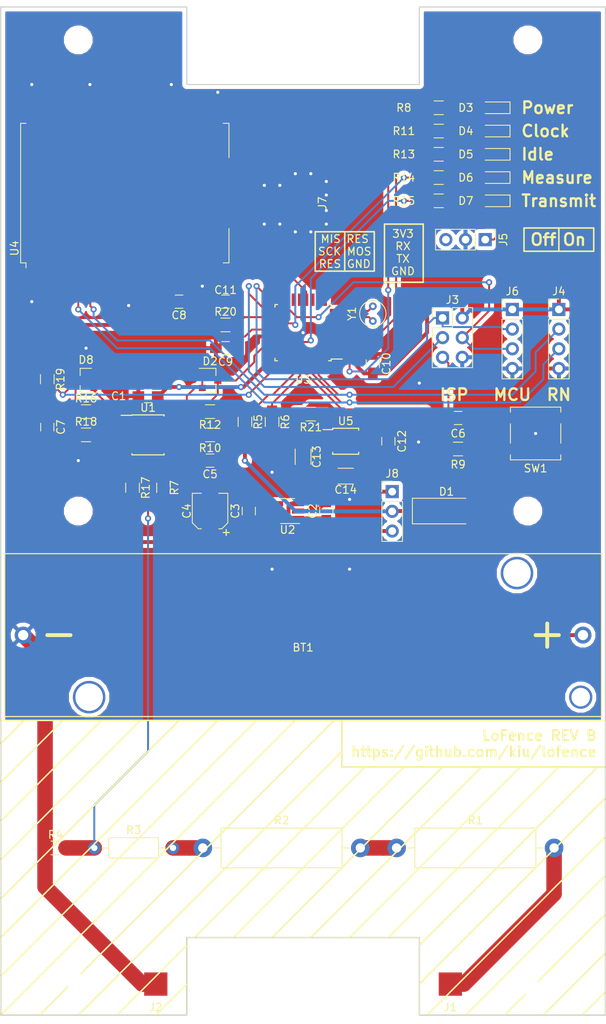
<source format=kicad_pcb>
(kicad_pcb (version 20171130) (host pcbnew "(5.0.0)")
  (layers (0 F.Cu signal) (31 B.Cu signal) (34 B.Paste user) (35 F.Paste user) (36 B.SilkS user) (37 F.SilkS user) (38 B.Mask user) (39 F.Mask user) (44 Edge.Cuts user))
  (net 0 "")
  (net 1 GND)
  (net 2 +3V3)
  (net 3 MCU_RESET)
  (net 4 ADC_POWER)
  (net 5 ADC+)
  (net 6 ADC-)
  (net 7 "Net-(D2-Pad1)")
  (net 8 MCU_SCK)
  (net 9 RN_RESET)
  (net 10 RN_TX)
  (net 11 RN_RX)
  (net 12 PROBE)
  (net 13 BAT_ADC)
  (net 14 BAT_VCC)
  (net 15 BAT_GND)
  (net 16 "Net-(R10-Pad2)")
  (net 17 AVCC)
  (net 18 "Net-(BT1-Pad1)")
  (net 19 "Net-(D4-Pad2)")
  (net 20 "Net-(D5-Pad2)")
  (net 21 "Net-(D6-Pad2)")
  (net 22 "Net-(D7-Pad2)")
  (net 23 MCU_MISO)
  (net 24 MCU_MOSI)
  (net 25 "Net-(J7-Pad1)")
  (net 26 LED_CLK)
  (net 27 LED_IDLE)
  (net 28 LED_MSR)
  (net 29 LED_TX)
  (net 30 "Net-(D3-Pad2)")
  (net 31 "Net-(D8-Pad1)")
  (net 32 "Net-(U3-Pad8)")
  (net 33 "Net-(C9-Pad1)")
  (net 34 "Net-(D3-Pad1)")
  (net 35 "Net-(J1-Pad1)")
  (net 36 "Net-(R1-Pad1)")
  (net 37 "Net-(R2-Pad1)")
  (net 38 "Net-(U3-Pad7)")
  (net 39 "Net-(R7-Pad1)")
  (net 40 "Net-(R16-Pad2)")
  (net 41 "Net-(R18-Pad2)")
  (net 42 VCC_LDO)
  (net 43 "Net-(C12-Pad2)")
  (net 44 "Net-(C12-Pad1)")
  (net 45 VCC_BBC)
  (net 46 "Net-(R21-Pad1)")
  (module kiu-footprint:18650HolderTHT (layer F.Cu) (at 74 118 180)
    (fp_text reference BT1 (at 0 -1.6 180) (layer F.SilkS))
    (fp_text value Battery_Cell)
    (pad "" np_thru_hole circle (at -35.82 -8 180) (size 3 3) (drill 2.39) (layers *.Cu *.Mask))
    (pad "" np_thru_hole circle (at -27.6 8 180) (size 4.2 4.2) (drill 3.55) (layers *.Cu *.Mask))
    (pad "" np_thru_hole circle (at 27.6 -8 180) (size 4.2 4.2) (drill 3.55) (layers *.Cu *.Mask))
    (pad 2 thru_hole circle (at 36.11 0 180) (size 2.2 2.2) (drill 1.32) (layers *.Cu *.Mask) (net 1 GND))
    (pad 1 thru_hole circle (at -36.11 0 180) (size 2.2 2.2) (drill 1.32) (layers *.Cu *.Mask) (net 18 "Net-(BT1-Pad1)"))
  )
  (module Buttons_Switches_SMD:SW_SPST_B3SL-1002P (layer F.Cu) (at 104 92 180)
    (fp_text reference SW1 (at 0 -4.5 180) (layer F.SilkS))
    (fp_text value RESET)
    (pad 2 smd rect (at -2.875 2 180) (size 2.75 1) (layers F.Cu F.Paste F.Mask) (net 1 GND))
    (pad 2 smd rect (at 2.875 2 180) (size 2.75 1) (layers F.Cu F.Paste F.Mask) (net 1 GND))
    (pad 1 smd rect (at 2.875 -2 180) (size 2.75 1) (layers F.Cu F.Paste F.Mask) (net 3 MCU_RESET))
    (pad 1 smd rect (at -2.875 -2 180) (size 2.75 1) (layers F.Cu F.Paste F.Mask) (net 3 MCU_RESET))
  )
  (module Capacitors_SMD:C_0805_HandSoldering (layer F.Cu) (at 64 81 180)
    (fp_text reference C9 (at 0 -1.75 180) (layer F.SilkS))
    (fp_text value 100nF)
    (pad 1 smd rect (at -1.25 0 180) (size 1.5 1.25) (layers F.Cu F.Paste F.Mask) (net 33 "Net-(C9-Pad1)"))
    (pad 2 smd rect (at 1.25 0 180) (size 1.5 1.25) (layers F.Cu F.Paste F.Mask) (net 1 GND))
  )
  (module Capacitors_SMD:C_0805_HandSoldering (layer F.Cu) (at 54 87.18 180)
    (fp_text reference C1 (at 3.79 0 180) (layer F.SilkS))
    (fp_text value 100nF)
    (pad 1 smd rect (at -1.25 0 180) (size 1.5 1.25) (layers F.Cu F.Paste F.Mask) (net 4 ADC_POWER))
    (pad 2 smd rect (at 1.25 0 180) (size 1.5 1.25) (layers F.Cu F.Paste F.Mask) (net 1 GND))
  )
  (module Capacitors_SMD:C_0805_HandSoldering (layer F.Cu) (at 94 90)
    (fp_text reference C6 (at 0 2) (layer F.SilkS))
    (fp_text value 100nF)
    (pad 1 smd rect (at -1.25 0) (size 1.5 1.25) (layers F.Cu F.Paste F.Mask) (net 3 MCU_RESET))
    (pad 2 smd rect (at 1.25 0) (size 1.5 1.25) (layers F.Cu F.Paste F.Mask) (net 1 GND))
  )
  (module Capacitors_SMD:C_0805_HandSoldering (layer F.Cu) (at 64 75)
    (fp_text reference C11 (at 0 -1.5) (layer F.SilkS))
    (fp_text value 100nF)
    (pad 1 smd rect (at -1.25 0) (size 1.5 1.25) (layers F.Cu F.Paste F.Mask) (net 1 GND))
    (pad 2 smd rect (at 1.25 0) (size 1.5 1.25) (layers F.Cu F.Paste F.Mask) (net 17 AVCC))
  )
  (module Resistors_SMD:R_0805_HandSoldering (layer F.Cu) (at 42.063823 145.441599)
    (fp_text reference R4 (at 0 -1.7) (layer F.SilkS))
    (fp_text value 3k9)
    (pad 1 smd rect (at -1.35 0) (size 1.5 1.3) (layers F.Cu F.Paste F.Mask) (net 1 GND))
    (pad 2 smd rect (at 1.35 0) (size 1.5 1.3) (layers F.Cu F.Paste F.Mask) (net 12 PROBE))
  )
  (module Resistors_SMD:R_0805_HandSoldering (layer F.Cu) (at 70 90.5 270)
    (fp_text reference R6 (at 0 -1.7 270) (layer F.SilkS))
    (fp_text value 232R)
    (pad 1 smd rect (at -1.35 0 270) (size 1.5 1.3) (layers F.Cu F.Paste F.Mask) (net 15 BAT_GND))
    (pad 2 smd rect (at 1.35 0 270) (size 1.5 1.3) (layers F.Cu F.Paste F.Mask) (net 13 BAT_ADC))
  )
  (module Resistors_SMD:R_0805_HandSoldering (layer F.Cu) (at 56 99 270)
    (fp_text reference R7 (at 0 -1.397 270) (layer F.SilkS))
    (fp_text value 100k)
    (pad 1 smd rect (at -1.35 0 270) (size 1.5 1.3) (layers F.Cu F.Paste F.Mask) (net 39 "Net-(R7-Pad1)"))
    (pad 2 smd rect (at 1.35 0 270) (size 1.5 1.3) (layers F.Cu F.Paste F.Mask) (net 12 PROBE))
  )
  (module Resistors_SMD:R_0805_HandSoldering (layer F.Cu) (at 94 94 180)
    (fp_text reference R9 (at 0 -2 180) (layer F.SilkS))
    (fp_text value 4k7)
    (pad 1 smd rect (at -1.35 0 180) (size 1.5 1.3) (layers F.Cu F.Paste F.Mask) (net 2 +3V3))
    (pad 2 smd rect (at 1.35 0 180) (size 1.5 1.3) (layers F.Cu F.Paste F.Mask) (net 3 MCU_RESET))
  )
  (module Resistors_SMD:R_0805_HandSoldering (layer F.Cu) (at 62 92.18 180)
    (fp_text reference R10 (at 0 -1.7 180) (layer F.SilkS))
    (fp_text value 100k)
    (pad 1 smd rect (at -1.35 0 180) (size 1.5 1.3) (layers F.Cu F.Paste F.Mask) (net 5 ADC+))
    (pad 2 smd rect (at 1.35 0 180) (size 1.5 1.3) (layers F.Cu F.Paste F.Mask) (net 16 "Net-(R10-Pad2)"))
  )
  (module Resistors_SMD:R_0805_HandSoldering (layer F.Cu) (at 91.5 56 180)
    (fp_text reference R13 (at 4.5 0 180) (layer F.SilkS))
    (fp_text value R)
    (pad 1 smd rect (at -1.35 0 180) (size 1.5 1.3) (layers F.Cu F.Paste F.Mask) (net 20 "Net-(D5-Pad2)"))
    (pad 2 smd rect (at 1.35 0 180) (size 1.5 1.3) (layers F.Cu F.Paste F.Mask) (net 27 LED_IDLE))
  )
  (module Resistors_SMD:R_0805_HandSoldering (layer F.Cu) (at 91.5 59 180)
    (fp_text reference R14 (at 4.5 0 180) (layer F.SilkS))
    (fp_text value R)
    (pad 1 smd rect (at -1.35 0 180) (size 1.5 1.3) (layers F.Cu F.Paste F.Mask) (net 21 "Net-(D6-Pad2)"))
    (pad 2 smd rect (at 1.35 0 180) (size 1.5 1.3) (layers F.Cu F.Paste F.Mask) (net 28 LED_MSR))
  )
  (module Resistors_SMD:R_0805_HandSoldering (layer F.Cu) (at 91.5 62 180)
    (fp_text reference R15 (at 4.5 0 180) (layer F.SilkS))
    (fp_text value R)
    (pad 1 smd rect (at -1.35 0 180) (size 1.5 1.3) (layers F.Cu F.Paste F.Mask) (net 22 "Net-(D7-Pad2)"))
    (pad 2 smd rect (at 1.35 0 180) (size 1.5 1.3) (layers F.Cu F.Paste F.Mask) (net 29 LED_TX))
  )
  (module TO_SOT_Packages_SMD:SOT-23-5_HandSoldering (layer F.Cu) (at 72 102 180)
    (fp_text reference U2 (at 0 -2.414502 180) (layer F.SilkS))
    (fp_text value MIC5504-3.3YM5)
    (pad 1 smd rect (at -1.35 -0.95 180) (size 1.56 0.65) (layers F.Cu F.Paste F.Mask) (net 42 VCC_LDO))
    (pad 2 smd rect (at -1.35 0 180) (size 1.56 0.65) (layers F.Cu F.Paste F.Mask) (net 1 GND))
    (pad 3 smd rect (at -1.35 0.95 180) (size 1.56 0.65) (layers F.Cu F.Paste F.Mask) (net 42 VCC_LDO))
    (pad 4 smd rect (at 1.35 0.95 180) (size 1.56 0.65) (layers F.Cu F.Paste F.Mask))
    (pad 5 smd rect (at 1.35 -0.95 180) (size 1.56 0.65) (layers F.Cu F.Paste F.Mask) (net 2 +3V3))
  )
  (module Capacitors_SMD:C_0805_HandSoldering (layer F.Cu) (at 77 102 90)
    (fp_text reference C2 (at 0 -1.75 90) (layer F.SilkS))
    (fp_text value 1.0uF)
    (pad 1 smd rect (at -1.25 0 90) (size 1.5 1.25) (layers F.Cu F.Paste F.Mask) (net 42 VCC_LDO))
    (pad 2 smd rect (at 1.25 0 90) (size 1.5 1.25) (layers F.Cu F.Paste F.Mask) (net 1 GND))
  )
  (module Capacitors_SMD:C_0805_HandSoldering (layer F.Cu) (at 67 102 90)
    (fp_text reference C3 (at 0 -1.75 90) (layer F.SilkS))
    (fp_text value 1.0uF)
    (pad 1 smd rect (at -1.25 0 90) (size 1.5 1.25) (layers F.Cu F.Paste F.Mask) (net 2 +3V3))
    (pad 2 smd rect (at 1.25 0 90) (size 1.5 1.25) (layers F.Cu F.Paste F.Mask) (net 1 GND))
  )
  (module LEDs:LED_0805_HandSoldering (layer F.Cu) (at 98.5 53 180)
    (fp_text reference D4 (at 3.5 0 180) (layer F.SilkS))
    (fp_text value LED)
    (pad 2 smd rect (at 1.35 0 180) (size 1.5 1.3) (layers F.Cu F.Paste F.Mask) (net 19 "Net-(D4-Pad2)"))
    (pad 1 smd rect (at -1.35 0 180) (size 1.5 1.3) (layers F.Cu F.Paste F.Mask) (net 34 "Net-(D3-Pad1)"))
  )
  (module LEDs:LED_0805_HandSoldering (layer F.Cu) (at 98.5 56 180)
    (fp_text reference D5 (at 3.5 0 180) (layer F.SilkS))
    (fp_text value LED)
    (pad 1 smd rect (at -1.35 0 180) (size 1.5 1.3) (layers F.Cu F.Paste F.Mask) (net 34 "Net-(D3-Pad1)"))
    (pad 2 smd rect (at 1.35 0 180) (size 1.5 1.3) (layers F.Cu F.Paste F.Mask) (net 20 "Net-(D5-Pad2)"))
  )
  (module LEDs:LED_0805_HandSoldering (layer F.Cu) (at 98.5 59 180)
    (fp_text reference D6 (at 3.5 0 180) (layer F.SilkS))
    (fp_text value LED)
    (pad 2 smd rect (at 1.35 0 180) (size 1.5 1.3) (layers F.Cu F.Paste F.Mask) (net 21 "Net-(D6-Pad2)"))
    (pad 1 smd rect (at -1.35 0 180) (size 1.5 1.3) (layers F.Cu F.Paste F.Mask) (net 34 "Net-(D3-Pad1)"))
  )
  (module Resistors_SMD:R_0805_HandSoldering (layer F.Cu) (at 46 92.18)
    (fp_text reference R18 (at 0 -1.7) (layer F.SilkS))
    (fp_text value 100k)
    (pad 2 smd rect (at 1.35 0) (size 1.5 1.3) (layers F.Cu F.Paste F.Mask) (net 41 "Net-(R18-Pad2)"))
    (pad 1 smd rect (at -1.35 0) (size 1.5 1.3) (layers F.Cu F.Paste F.Mask) (net 1 GND))
  )
  (module Resistors_SMD:R_0805_HandSoldering (layer F.Cu) (at 41 85 270)
    (fp_text reference R19 (at 0 -1.7 270) (layer F.SilkS))
    (fp_text value 1M)
    (pad 2 smd rect (at 1.35 0 270) (size 1.5 1.3) (layers F.Cu F.Paste F.Mask) (net 6 ADC-))
    (pad 1 smd rect (at -1.35 0 270) (size 1.5 1.3) (layers F.Cu F.Paste F.Mask) (net 1 GND))
  )
  (module Resistors_SMD:R_0805_HandSoldering (layer F.Cu) (at 64 78)
    (fp_text reference R20 (at 0 -1.7) (layer F.SilkS))
    (fp_text value 47R)
    (pad 1 smd rect (at -1.35 0) (size 1.5 1.3) (layers F.Cu F.Paste F.Mask) (net 2 +3V3))
    (pad 2 smd rect (at 1.35 0) (size 1.5 1.3) (layers F.Cu F.Paste F.Mask) (net 17 AVCC))
  )
  (module Crystals:Crystal_Round_d3.0mm_Vertical (layer F.Cu) (at 83 77.5 90)
    (fp_text reference Y1 (at 0.95 -2.7 90) (layer F.SilkS))
    (fp_text value "32768 Hz")
    (pad 2 thru_hole circle (at 1.9 0 90) (size 1 1) (drill 0.5) (layers *.Cu *.Mask) (net 32 "Net-(U3-Pad8)"))
    (pad 1 thru_hole circle (at 0 0 90) (size 1 1) (drill 0.5) (layers *.Cu *.Mask) (net 38 "Net-(U3-Pad7)"))
  )
  (module Capacitors_SMD:C_0805_HandSoldering (layer F.Cu) (at 41 91.18 270)
    (fp_text reference C7 (at 0 -1.75 270) (layer F.SilkS))
    (fp_text value 100nF)
    (pad 1 smd rect (at -1.25 0 270) (size 1.5 1.25) (layers F.Cu F.Paste F.Mask) (net 6 ADC-))
    (pad 2 smd rect (at 1.25 0 270) (size 1.5 1.25) (layers F.Cu F.Paste F.Mask) (net 1 GND))
  )
  (module Capacitors_SMD:C_0805_HandSoldering (layer F.Cu) (at 58 75 180)
    (fp_text reference C8 (at 0 -1.75 180) (layer F.SilkS))
    (fp_text value 100nF)
    (pad 2 smd rect (at 1.25 0 180) (size 1.5 1.25) (layers F.Cu F.Paste F.Mask) (net 2 +3V3))
    (pad 1 smd rect (at -1.25 0 180) (size 1.5 1.25) (layers F.Cu F.Paste F.Mask) (net 1 GND))
  )
  (module Capacitors_SMD:C_0805_HandSoldering (layer F.Cu) (at 83 83 270)
    (fp_text reference C10 (at 0 -1.75 270) (layer F.SilkS))
    (fp_text value 100nF)
    (pad 2 smd rect (at 1.25 0 270) (size 1.5 1.25) (layers F.Cu F.Paste F.Mask) (net 2 +3V3))
    (pad 1 smd rect (at -1.25 0 270) (size 1.5 1.25) (layers F.Cu F.Paste F.Mask) (net 1 GND))
  )
  (module LEDs:LED_0805_HandSoldering (layer F.Cu) (at 98.5 50 180)
    (fp_text reference D3 (at 3.5 0 180) (layer F.SilkS))
    (fp_text value LED)
    (pad 1 smd rect (at -1.35 0 180) (size 1.5 1.3) (layers F.Cu F.Paste F.Mask) (net 34 "Net-(D3-Pad1)"))
    (pad 2 smd rect (at 1.35 0 180) (size 1.5 1.3) (layers F.Cu F.Paste F.Mask) (net 30 "Net-(D3-Pad2)"))
  )
  (module TO_SOT_Packages_SMD:SOT-23 (layer F.Cu) (at 46 85.18 180)
    (fp_text reference D8 (at 0 2.68 180) (layer F.SilkS))
    (fp_text value BAV70LT)
    (pad 3 smd rect (at 1 0 180) (size 0.9 0.8) (layers F.Cu F.Paste F.Mask) (net 6 ADC-))
    (pad 2 smd rect (at -1 0.95 180) (size 0.9 0.8) (layers F.Cu F.Paste F.Mask) (net 31 "Net-(D8-Pad1)"))
    (pad 1 smd rect (at -1 -0.95 180) (size 0.9 0.8) (layers F.Cu F.Paste F.Mask) (net 31 "Net-(D8-Pad1)"))
  )
  (module Resistors_SMD:R_0805_HandSoldering (layer F.Cu) (at 91.5 50 180)
    (fp_text reference R8 (at 4.5 0 180) (layer F.SilkS))
    (fp_text value R)
    (pad 2 smd rect (at 1.35 0 180) (size 1.5 1.3) (layers F.Cu F.Paste F.Mask) (net 2 +3V3))
    (pad 1 smd rect (at -1.35 0 180) (size 1.5 1.3) (layers F.Cu F.Paste F.Mask) (net 30 "Net-(D3-Pad2)"))
  )
  (module Resistors_SMD:R_0805_HandSoldering (layer F.Cu) (at 91.5 53 180)
    (fp_text reference R11 (at 4.5 0 180) (layer F.SilkS))
    (fp_text value R)
    (pad 1 smd rect (at -1.35 0 180) (size 1.5 1.3) (layers F.Cu F.Paste F.Mask) (net 19 "Net-(D4-Pad2)"))
    (pad 2 smd rect (at 1.35 0 180) (size 1.5 1.3) (layers F.Cu F.Paste F.Mask) (net 26 LED_CLK))
  )
  (module kiu-footprint:RN2483_serial (layer F.Cu) (at 51 61 90)
    (fp_text reference U4 (at -7.112 -14.224 90) (layer F.SilkS))
    (fp_text value RN2483)
    (pad 1 smd rect (at -9.89 -12.065 90) (size 3.524 1.016) (layers F.Cu F.Paste F.Mask) (net 1 GND))
    (pad 6 smd rect (at -9.89 -5.715 90) (size 3.524 1.016) (layers F.Cu F.Paste F.Mask) (net 10 RN_TX))
    (pad 7 smd rect (at -9.89 -4.445 90) (size 3.524 1.016) (layers F.Cu F.Paste F.Mask) (net 11 RN_RX))
    (pad 8 smd rect (at -9.89 -3.175 90) (size 3.524 1.016) (layers F.Cu F.Paste F.Mask) (net 1 GND))
    (pad 11 smd rect (at -9.89 0.635 90) (size 3.524 1.016) (layers F.Cu F.Paste F.Mask) (net 1 GND))
    (pad 12 smd rect (at -9.89 1.905 90) (size 3.524 1.016) (layers F.Cu F.Paste F.Mask) (net 2 +3V3))
    (pad 20 smd rect (at -9.89 12.065 90) (size 3.524 1.016) (layers F.Cu F.Paste F.Mask) (net 1 GND))
    (pad 21 smd rect (at -3.81 14.335 180) (size 3.524 1.016) (layers F.Cu F.Paste F.Mask) (net 1 GND))
    (pad 22 smd rect (at -2.54 14.335 180) (size 3.524 1.016) (layers F.Cu F.Paste F.Mask) (net 1 GND))
    (pad 23 smd rect (at -1.27 14.335 180) (size 3.524 1.016) (layers F.Cu F.Paste F.Mask) (net 25 "Net-(J7-Pad1)"))
    (pad 24 smd rect (at 0 14.335 180) (size 3.524 1.016) (layers F.Cu F.Paste F.Mask) (net 1 GND))
    (pad 26 smd rect (at 2.54 14.335 180) (size 3.524 1.016) (layers F.Cu F.Paste F.Mask) (net 1 GND))
    (pad 27 smd rect (at 3.81 14.335 180) (size 3.524 1.016) (layers F.Cu F.Paste F.Mask) (net 1 GND))
    (pad 28 smd rect (at 9.89 12.065 90) (size 3.524 1.016) (layers F.Cu F.Paste F.Mask) (net 1 GND))
    (pad 32 smd rect (at 9.89 6.985 90) (size 3.524 1.016) (layers F.Cu F.Paste F.Mask) (net 9 RN_RESET))
    (pad 33 smd rect (at 9.89 5.715 90) (size 3.524 1.016) (layers F.Cu F.Paste F.Mask) (net 1 GND))
    (pad 34 smd rect (at 9.89 4.445 90) (size 3.524 1.016) (layers F.Cu F.Paste F.Mask) (net 2 +3V3))
    (pad 41 smd rect (at 9.89 -4.445 90) (size 3.524 1.016) (layers F.Cu F.Paste F.Mask) (net 1 GND))
    (pad 47 smd rect (at 9.89 -12.065 90) (size 3.524 1.016) (layers F.Cu F.Paste F.Mask) (net 1 GND))
  )
  (module Capacitors_SMD:CP_Elec_4x5.7 (layer F.Cu) (at 62 102 90)
    (fp_text reference C4 (at 0 -3 90) (layer F.SilkS))
    (fp_text value 10uF)
    (fp_text user + (at -2.77 2.01 90) (layer F.SilkS))
    (pad 2 smd rect (at 1.8 0 270) (size 2.6 1.6) (layers F.Cu F.Paste F.Mask) (net 1 GND))
    (pad 1 smd rect (at -1.8 0 270) (size 2.6 1.6) (layers F.Cu F.Paste F.Mask) (net 2 +3V3))
  )
  (module Capacitors_SMD:C_0805_HandSoldering (layer F.Cu) (at 62 95.5 180)
    (fp_text reference C5 (at 0 -1.75 180) (layer F.SilkS))
    (fp_text value 100nF)
    (pad 2 smd rect (at 1.25 0 180) (size 1.5 1.25) (layers F.Cu F.Paste F.Mask) (net 1 GND))
    (pad 1 smd rect (at -1.25 0 180) (size 1.5 1.25) (layers F.Cu F.Paste F.Mask) (net 5 ADC+))
  )
  (module TO_SOT_Packages_SMD:SOT-23 (layer F.Cu) (at 62 85.18)
    (fp_text reference D2 (at 0 -2.5) (layer F.SilkS))
    (fp_text value BAV70LT)
    (pad 3 smd rect (at 1 0) (size 0.9 0.8) (layers F.Cu F.Paste F.Mask) (net 5 ADC+))
    (pad 2 smd rect (at -1 0.95) (size 0.9 0.8) (layers F.Cu F.Paste F.Mask) (net 7 "Net-(D2-Pad1)"))
    (pad 1 smd rect (at -1 -0.95) (size 0.9 0.8) (layers F.Cu F.Paste F.Mask) (net 7 "Net-(D2-Pad1)"))
  )
  (module LEDs:LED_0805_HandSoldering (layer F.Cu) (at 98.5 62 180)
    (fp_text reference D7 (at 3.5 0 180) (layer F.SilkS))
    (fp_text value LED)
    (pad 2 smd rect (at 1.35 0 180) (size 1.5 1.3) (layers F.Cu F.Paste F.Mask) (net 22 "Net-(D7-Pad2)"))
    (pad 1 smd rect (at -1.35 0 180) (size 1.5 1.3) (layers F.Cu F.Paste F.Mask) (net 34 "Net-(D3-Pad1)"))
  )
  (module Pin_Headers:Pin_Header_Straight_2x03_Pitch2.54mm (layer F.Cu) (at 92 77.1)
    (fp_text reference J3 (at 1.27 -2.33) (layer F.SilkS))
    (fp_text value ISP)
    (pad 6 thru_hole oval (at 2.54 5.08) (size 1.7 1.7) (drill 1) (layers *.Cu *.Mask) (net 1 GND))
    (pad 5 thru_hole oval (at 0 5.08) (size 1.7 1.7) (drill 1) (layers *.Cu *.Mask) (net 3 MCU_RESET))
    (pad 4 thru_hole oval (at 2.54 2.54) (size 1.7 1.7) (drill 1) (layers *.Cu *.Mask) (net 24 MCU_MOSI))
    (pad 3 thru_hole oval (at 0 2.54) (size 1.7 1.7) (drill 1) (layers *.Cu *.Mask) (net 8 MCU_SCK))
    (pad 2 thru_hole oval (at 2.54 0) (size 1.7 1.7) (drill 1) (layers *.Cu *.Mask) (net 2 +3V3))
    (pad 1 thru_hole rect (at 0 0) (size 1.7 1.7) (drill 1) (layers *.Cu *.Mask) (net 23 MCU_MISO))
  )
  (module Pin_Headers:Pin_Header_Straight_1x04_Pitch2.54mm (layer F.Cu) (at 107 76)
    (fp_text reference J4 (at 0 -2.33) (layer F.SilkS))
    (fp_text value "DEBUG RN")
    (pad 1 thru_hole rect (at 0 0) (size 1.7 1.7) (drill 1) (layers *.Cu *.Mask) (net 2 +3V3))
    (pad 2 thru_hole oval (at 0 2.54) (size 1.7 1.7) (drill 1) (layers *.Cu *.Mask) (net 11 RN_RX))
    (pad 3 thru_hole oval (at 0 5.08) (size 1.7 1.7) (drill 1) (layers *.Cu *.Mask) (net 10 RN_TX))
    (pad 4 thru_hole oval (at 0 7.62) (size 1.7 1.7) (drill 1) (layers *.Cu *.Mask) (net 1 GND))
  )
  (module Pin_Headers:Pin_Header_Straight_1x03_Pitch2.54mm (layer F.Cu) (at 97.5 67 270)
    (fp_text reference J5 (at 0 -2.33 270) (layer F.SilkS))
    (fp_text value "DEBUG LED")
    (pad 3 thru_hole oval (at 0 5.08 270) (size 1.7 1.7) (drill 1) (layers *.Cu *.Mask))
    (pad 2 thru_hole oval (at 0 2.54 270) (size 1.7 1.7) (drill 1) (layers *.Cu *.Mask) (net 1 GND))
    (pad 1 thru_hole rect (at 0 0 270) (size 1.7 1.7) (drill 1) (layers *.Cu *.Mask) (net 34 "Net-(D3-Pad1)"))
  )
  (module Pin_Headers:Pin_Header_Straight_1x04_Pitch2.54mm (layer F.Cu) (at 101 76)
    (fp_text reference J6 (at 0 -2.33) (layer F.SilkS))
    (fp_text value "DEBUG MCU")
    (pad 4 thru_hole oval (at 0 7.62) (size 1.7 1.7) (drill 1) (layers *.Cu *.Mask) (net 1 GND))
    (pad 3 thru_hole oval (at 0 5.08) (size 1.7 1.7) (drill 1) (layers *.Cu *.Mask) (net 24 MCU_MOSI))
    (pad 2 thru_hole oval (at 0 2.54) (size 1.7 1.7) (drill 1) (layers *.Cu *.Mask) (net 23 MCU_MISO))
    (pad 1 thru_hole rect (at 0 0) (size 1.7 1.7) (drill 1) (layers *.Cu *.Mask) (net 2 +3V3))
  )
  (module Resistors_ThroughHole:R_Axial_DIN0516_L15.5mm_D5.0mm_P20.32mm_Horizontal (layer F.Cu) (at 86.063823 145.441599)
    (fp_text reference R1 (at 10.16 -3.56) (layer F.SilkS))
    (fp_text value "10M 6KV")
    (pad 2 thru_hole oval (at 20.32 0) (size 2.4 2.4) (drill 1.2) (layers *.Cu *.Mask) (net 35 "Net-(J1-Pad1)"))
    (pad 1 thru_hole circle (at 0 0) (size 2.4 2.4) (drill 1.2) (layers *.Cu *.Mask) (net 36 "Net-(R1-Pad1)"))
  )
  (module Resistors_ThroughHole:R_Axial_DIN0516_L15.5mm_D5.0mm_P20.32mm_Horizontal (layer F.Cu) (at 61.063823 145.441599)
    (fp_text reference R2 (at 10.16 -3.56) (layer F.SilkS))
    (fp_text value "10M 6KV")
    (pad 1 thru_hole circle (at 0 0) (size 2.4 2.4) (drill 1.2) (layers *.Cu *.Mask) (net 37 "Net-(R2-Pad1)"))
    (pad 2 thru_hole oval (at 20.32 0) (size 2.4 2.4) (drill 1.2) (layers *.Cu *.Mask) (net 36 "Net-(R1-Pad1)"))
  )
  (module Resistors_ThroughHole:R_Axial_DIN0207_L6.3mm_D2.5mm_P10.16mm_Horizontal (layer F.Cu) (at 47.063823 145.441599)
    (fp_text reference R3 (at 5.08 -2.31) (layer F.SilkS))
    (fp_text value "1M 700V")
    (pad 2 thru_hole oval (at 10.16 0) (size 1.6 1.6) (drill 0.8) (layers *.Cu *.Mask) (net 37 "Net-(R2-Pad1)"))
    (pad 1 thru_hole circle (at 0 0) (size 1.6 1.6) (drill 0.8) (layers *.Cu *.Mask) (net 12 PROBE))
  )
  (module Resistors_SMD:R_0805_HandSoldering (layer F.Cu) (at 62 89.18 180)
    (fp_text reference R12 (at 0 -1.7 180) (layer F.SilkS))
    (fp_text value 1M)
    (pad 2 smd rect (at 1.35 0 180) (size 1.5 1.3) (layers F.Cu F.Paste F.Mask) (net 5 ADC+))
    (pad 1 smd rect (at -1.35 0 180) (size 1.5 1.3) (layers F.Cu F.Paste F.Mask) (net 1 GND))
  )
  (module Resistors_SMD:R_0805_HandSoldering (layer F.Cu) (at 46 89.18)
    (fp_text reference R16 (at 0 -1.7) (layer F.SilkS))
    (fp_text value 100k)
    (pad 1 smd rect (at -1.35 0) (size 1.5 1.3) (layers F.Cu F.Paste F.Mask) (net 6 ADC-))
    (pad 2 smd rect (at 1.35 0) (size 1.5 1.3) (layers F.Cu F.Paste F.Mask) (net 40 "Net-(R16-Pad2)"))
  )
  (module Resistors_SMD:R_0805_HandSoldering (layer F.Cu) (at 52 99 270)
    (fp_text reference R17 (at 0 -1.7 270) (layer F.SilkS))
    (fp_text value 100k)
    (pad 2 smd rect (at 1.35 0 270) (size 1.5 1.3) (layers F.Cu F.Paste F.Mask) (net 12 PROBE))
    (pad 1 smd rect (at -1.35 0 270) (size 1.5 1.3) (layers F.Cu F.Paste F.Mask) (net 40 "Net-(R16-Pad2)"))
  )
  (module Housings_SOIC:SOIC-8_3.9x4.9mm_Pitch1.27mm (layer F.Cu) (at 54 92.18)
    (fp_text reference U1 (at 0 -3.5) (layer F.SilkS))
    (fp_text value Opamp_Dual_Generic)
    (pad 8 smd rect (at 2.7 -1.905) (size 1.55 0.6) (layers F.Cu F.Paste F.Mask) (net 4 ADC_POWER))
    (pad 7 smd rect (at 2.7 -0.635) (size 1.55 0.6) (layers F.Cu F.Paste F.Mask) (net 7 "Net-(D2-Pad1)"))
    (pad 6 smd rect (at 2.7 0.635) (size 1.55 0.6) (layers F.Cu F.Paste F.Mask) (net 16 "Net-(R10-Pad2)"))
    (pad 5 smd rect (at 2.7 1.905) (size 1.55 0.6) (layers F.Cu F.Paste F.Mask) (net 39 "Net-(R7-Pad1)"))
    (pad 4 smd rect (at -2.7 1.905) (size 1.55 0.6) (layers F.Cu F.Paste F.Mask) (net 1 GND))
    (pad 3 smd rect (at -2.7 0.635) (size 1.55 0.6) (layers F.Cu F.Paste F.Mask) (net 41 "Net-(R18-Pad2)"))
    (pad 2 smd rect (at -2.7 -0.635) (size 1.55 0.6) (layers F.Cu F.Paste F.Mask) (net 40 "Net-(R16-Pad2)"))
    (pad 1 smd rect (at -2.7 -1.905) (size 1.55 0.6) (layers F.Cu F.Paste F.Mask) (net 31 "Net-(D8-Pad1)"))
  )
  (module Housings_QFP:TQFP-32_7x7mm_Pitch0.8mm (layer F.Cu) (at 74 79 180)
    (fp_text reference U3 (at 0 -6.05 180) (layer F.SilkS))
    (fp_text value ATmega328PB-AU)
    (pad 32 smd rect (at -2.8 -4.25 270) (size 1.6 0.55) (layers F.Cu F.Paste F.Mask))
    (pad 31 smd rect (at -2 -4.25 270) (size 1.6 0.55) (layers F.Cu F.Paste F.Mask) (net 11 RN_RX))
    (pad 30 smd rect (at -1.2 -4.25 270) (size 1.6 0.55) (layers F.Cu F.Paste F.Mask) (net 10 RN_TX))
    (pad 29 smd rect (at -0.4 -4.25 270) (size 1.6 0.55) (layers F.Cu F.Paste F.Mask) (net 3 MCU_RESET))
    (pad 28 smd rect (at 0.4 -4.25 270) (size 1.6 0.55) (layers F.Cu F.Paste F.Mask) (net 15 BAT_GND))
    (pad 27 smd rect (at 1.2 -4.25 270) (size 1.6 0.55) (layers F.Cu F.Paste F.Mask) (net 13 BAT_ADC))
    (pad 26 smd rect (at 2 -4.25 270) (size 1.6 0.55) (layers F.Cu F.Paste F.Mask))
    (pad 25 smd rect (at 2.8 -4.25 270) (size 1.6 0.55) (layers F.Cu F.Paste F.Mask) (net 6 ADC-))
    (pad 24 smd rect (at 4.25 -2.8 180) (size 1.6 0.55) (layers F.Cu F.Paste F.Mask) (net 4 ADC_POWER))
    (pad 23 smd rect (at 4.25 -2 180) (size 1.6 0.55) (layers F.Cu F.Paste F.Mask) (net 5 ADC+))
    (pad 22 smd rect (at 4.25 -1.2 180) (size 1.6 0.55) (layers F.Cu F.Paste F.Mask) (net 29 LED_TX))
    (pad 21 smd rect (at 4.25 -0.4 180) (size 1.6 0.55) (layers F.Cu F.Paste F.Mask) (net 1 GND))
    (pad 20 smd rect (at 4.25 0.4 180) (size 1.6 0.55) (layers F.Cu F.Paste F.Mask) (net 33 "Net-(C9-Pad1)"))
    (pad 19 smd rect (at 4.25 1.2 180) (size 1.6 0.55) (layers F.Cu F.Paste F.Mask) (net 28 LED_MSR))
    (pad 18 smd rect (at 4.25 2 180) (size 1.6 0.55) (layers F.Cu F.Paste F.Mask) (net 17 AVCC))
    (pad 17 smd rect (at 4.25 2.8 180) (size 1.6 0.55) (layers F.Cu F.Paste F.Mask) (net 8 MCU_SCK))
    (pad 16 smd rect (at 2.8 4.25 270) (size 1.6 0.55) (layers F.Cu F.Paste F.Mask) (net 23 MCU_MISO))
    (pad 15 smd rect (at 2 4.25 270) (size 1.6 0.55) (layers F.Cu F.Paste F.Mask) (net 24 MCU_MOSI))
    (pad 14 smd rect (at 1.2 4.25 270) (size 1.6 0.55) (layers F.Cu F.Paste F.Mask))
    (pad 13 smd rect (at 0.4 4.25 270) (size 1.6 0.55) (layers F.Cu F.Paste F.Mask))
    (pad 12 smd rect (at -0.4 4.25 270) (size 1.6 0.55) (layers F.Cu F.Paste F.Mask) (net 9 RN_RESET))
    (pad 11 smd rect (at -1.2 4.25 270) (size 1.6 0.55) (layers F.Cu F.Paste F.Mask))
    (pad 10 smd rect (at -2 4.25 270) (size 1.6 0.55) (layers F.Cu F.Paste F.Mask))
    (pad 9 smd rect (at -2.8 4.25 270) (size 1.6 0.55) (layers F.Cu F.Paste F.Mask))
    (pad 8 smd rect (at -4.25 2.8 180) (size 1.6 0.55) (layers F.Cu F.Paste F.Mask) (net 32 "Net-(U3-Pad8)"))
    (pad 7 smd rect (at -4.25 2 180) (size 1.6 0.55) (layers F.Cu F.Paste F.Mask) (net 38 "Net-(U3-Pad7)"))
    (pad 6 smd rect (at -4.25 1.2 180) (size 1.6 0.55) (layers F.Cu F.Paste F.Mask) (net 27 LED_IDLE))
    (pad 5 smd rect (at -4.25 0.4 180) (size 1.6 0.55) (layers F.Cu F.Paste F.Mask) (net 1 GND))
    (pad 4 smd rect (at -4.25 -0.4 180) (size 1.6 0.55) (layers F.Cu F.Paste F.Mask) (net 2 +3V3))
    (pad 3 smd rect (at -4.25 -1.2 180) (size 1.6 0.55) (layers F.Cu F.Paste F.Mask) (net 26 LED_CLK))
    (pad 2 smd rect (at -4.25 -2 180) (size 1.6 0.55) (layers F.Cu F.Paste F.Mask))
    (pad 1 smd rect (at -4.25 -2.8 180) (size 1.6 0.55) (layers F.Cu F.Paste F.Mask))
  )
  (module Mounting_Holes:MountingHole_2.7mm_M2.5 (layer F.Cu) (at 103 163 90)
    (fp_text reference MH1 hide)
    (fp_text value MountingHole)
    (pad 1 np_thru_hole circle (at 0 0 90) (size 2.7 2.7) (drill 2.7) (layers *.Cu *.Mask))
  )
  (module Mounting_Holes:MountingHole_2.7mm_M2.5 (layer F.Cu) (at 103 102 90)
    (fp_text reference MH2 hide)
    (fp_text value MountingHole)
    (pad 1 np_thru_hole circle (at 0 0 90) (size 2.7 2.7) (drill 2.7) (layers *.Cu *.Mask))
  )
  (module Mounting_Holes:MountingHole_2.7mm_M2.5 (layer F.Cu) (at 103 41.25 90)
    (fp_text reference MH3 hide)
    (fp_text value MountingHole)
    (pad 1 np_thru_hole circle (at 0 0 90) (size 2.7 2.7) (drill 2.7) (layers *.Cu *.Mask))
  )
  (module Mounting_Holes:MountingHole_2.7mm_M2.5 (layer F.Cu) (at 45 41.25 90)
    (fp_text reference MH4 hide)
    (fp_text value MountingHole)
    (pad 1 np_thru_hole circle (at 0 0 90) (size 2.7 2.7) (drill 2.7) (layers *.Cu *.Mask))
  )
  (module Mounting_Holes:MountingHole_2.7mm_M2.5 (layer F.Cu) (at 45 102 90)
    (fp_text reference MH5 hide)
    (fp_text value MountingHole)
    (pad 1 np_thru_hole circle (at 0 0 90) (size 2.7 2.7) (drill 2.7) (layers *.Cu *.Mask))
  )
  (module Mounting_Holes:MountingHole_2.7mm_M2.5 (layer F.Cu) (at 45 163 90)
    (fp_text reference MH6 hide)
    (fp_text value MountingHole)
    (pad 1 np_thru_hole circle (at 0 0 90) (size 2.7 2.7) (drill 2.7) (layers *.Cu *.Mask))
  )
  (module Diodes_SMD:D_SMA_Handsoldering (layer F.Cu) (at 92.5 102)
    (fp_text reference D1 (at 0 -2.5) (layer F.SilkS))
    (fp_text value D_Schottky)
    (pad 2 smd rect (at 2.5 0) (size 3.5 1.8) (layers F.Cu F.Paste F.Mask) (net 18 "Net-(BT1-Pad1)"))
    (pad 1 smd rect (at -2.5 0) (size 3.5 1.8) (layers F.Cu F.Paste F.Mask) (net 14 BAT_VCC))
  )
  (module Measurement_Points:Measurement_Point_Square-SMD-Pad_Big (layer F.Cu) (at 93 163 180)
    (fp_text reference J1 (at 0 -3 180) (layer F.SilkS))
    (fp_text value Fence+)
    (pad 1 smd rect (at 0 0 180) (size 3 3) (layers F.Cu F.Mask) (net 35 "Net-(J1-Pad1)"))
  )
  (module Measurement_Points:Measurement_Point_Square-SMD-Pad_Big (layer F.Cu) (at 55 163 180)
    (fp_text reference J2 (at 0 -3 180) (layer F.SilkS))
    (fp_text value Fence-)
    (pad 1 smd rect (at 0 0 180) (size 3 3) (layers F.Cu F.Mask) (net 1 GND))
  )
  (module Resistors_SMD:R_0805_HandSoldering (layer F.Cu) (at 66.5 90.5 270)
    (fp_text reference R5 (at 0 -1.7 270) (layer F.SilkS))
    (fp_text value 232R)
    (pad 2 smd rect (at 1.35 0 270) (size 1.5 1.3) (layers F.Cu F.Paste F.Mask) (net 14 BAT_VCC))
    (pad 1 smd rect (at -1.35 0 270) (size 1.5 1.3) (layers F.Cu F.Paste F.Mask) (net 13 BAT_ADC))
  )
  (module kiu-footprint:U.FL (layer F.Cu) (at 74 62.3 270)
    (fp_text reference J7 (at 0 -2.5 270) (layer F.SilkS))
    (fp_text value 868)
    (pad 1 smd rect (at 0 1.75 270) (size 1 1.5) (layers F.Cu F.Paste F.Mask) (net 25 "Net-(J7-Pad1)"))
    (pad 2 smd rect (at 1.7 -0.05 270) (size 1.5 2.2) (layers F.Cu F.Paste F.Mask) (net 1 GND))
    (pad 2 smd rect (at -1.7 -0.05 270) (size 1.5 2.2) (layers F.Cu F.Paste F.Mask) (net 1 GND))
  )
  (module Capacitors_SMD:C_0805_HandSoldering (layer F.Cu) (at 85 93 270)
    (fp_text reference C12 (at 0 -1.75 270) (layer F.SilkS))
    (fp_text value 1uF)
    (pad 2 smd rect (at 1.25 0 270) (size 1.5 1.25) (layers F.Cu F.Paste F.Mask) (net 43 "Net-(C12-Pad2)"))
    (pad 1 smd rect (at -1.25 0 270) (size 1.5 1.25) (layers F.Cu F.Paste F.Mask) (net 44 "Net-(C12-Pad1)"))
  )
  (module Capacitors_SMD:C_1206_HandSoldering (layer F.Cu) (at 74 95 270)
    (fp_text reference C13 (at 0 -1.75 270) (layer F.SilkS))
    (fp_text value 10uF)
    (pad 1 smd rect (at -2 0 270) (size 2 1.6) (layers F.Cu F.Paste F.Mask) (net 2 +3V3))
    (pad 2 smd rect (at 2 0 270) (size 2 1.6) (layers F.Cu F.Paste F.Mask) (net 1 GND))
  )
  (module Capacitors_SMD:C_1206_HandSoldering (layer F.Cu) (at 79.5 97.5 180)
    (fp_text reference C14 (at 0 -1.75 180) (layer F.SilkS))
    (fp_text value 10uF)
    (pad 2 smd rect (at 2 0 180) (size 2 1.6) (layers F.Cu F.Paste F.Mask) (net 1 GND))
    (pad 1 smd rect (at -2 0 180) (size 2 1.6) (layers F.Cu F.Paste F.Mask) (net 45 VCC_BBC))
  )
  (module Pin_Headers:Pin_Header_Straight_1x03_Pitch2.54mm (layer F.Cu) (at 85.5 99.5)
    (fp_text reference J8 (at 0 -2.33) (layer F.SilkS))
    (fp_text value PWR)
    (pad 3 thru_hole oval (at 0 5.08) (size 1.7 1.7) (drill 1) (layers *.Cu *.Mask) (net 42 VCC_LDO))
    (pad 2 thru_hole oval (at 0 2.54) (size 1.7 1.7) (drill 1) (layers *.Cu *.Mask) (net 14 BAT_VCC))
    (pad 1 thru_hole rect (at 0 0) (size 1.7 1.7) (drill 1) (layers *.Cu *.Mask) (net 45 VCC_BBC))
  )
  (module Resistors_SMD:R_0805_HandSoldering (layer F.Cu) (at 75 89.5 180)
    (fp_text reference R21 (at 0 -1.7 180) (layer F.SilkS))
    (fp_text value 100k)
    (pad 2 smd rect (at 1.35 0 180) (size 1.5 1.3) (layers F.Cu F.Paste F.Mask) (net 2 +3V3))
    (pad 1 smd rect (at -1.35 0 180) (size 1.5 1.3) (layers F.Cu F.Paste F.Mask) (net 46 "Net-(R21-Pad1)"))
  )
  (module Housings_SSOP:MSOP-8_3x3mm_Pitch0.65mm (layer F.Cu) (at 79.5 93)
    (fp_text reference U5 (at 0 -2.6) (layer F.SilkS))
    (fp_text value MCP125x)
    (pad 8 smd rect (at 2.2 -0.975) (size 1.45 0.45) (layers F.Cu F.Paste F.Mask) (net 45 VCC_BBC))
    (pad 7 smd rect (at 2.2 -0.325) (size 1.45 0.45) (layers F.Cu F.Paste F.Mask) (net 45 VCC_BBC))
    (pad 6 smd rect (at 2.2 0.325) (size 1.45 0.45) (layers F.Cu F.Paste F.Mask) (net 44 "Net-(C12-Pad1)"))
    (pad 5 smd rect (at 2.2 0.975) (size 1.45 0.45) (layers F.Cu F.Paste F.Mask) (net 43 "Net-(C12-Pad2)"))
    (pad 4 smd rect (at -2.2 0.975) (size 1.45 0.45) (layers F.Cu F.Paste F.Mask) (net 1 GND))
    (pad 3 smd rect (at -2.2 0.325) (size 1.45 0.45) (layers F.Cu F.Paste F.Mask) (net 45 VCC_BBC))
    (pad 2 smd rect (at -2.2 -0.325) (size 1.45 0.45) (layers F.Cu F.Paste F.Mask) (net 2 +3V3))
    (pad 1 smd rect (at -2.2 -0.975) (size 1.45 0.45) (layers F.Cu F.Paste F.Mask) (net 46 "Net-(R21-Pad1)"))
  )
  (gr_text ISP (at 93.5 87) (layer F.SilkS) (effects (font (size 1.5 1.5) (thickness 0.3))))
  (gr_text RN (at 107 87) (layer F.SilkS) (effects (font (size 1.5 1.5) (thickness 0.3))))
  (gr_text MCU (at 101 87) (layer F.SilkS) (effects (font (size 1.5 1.5) (thickness 0.3))))
  (gr_line (start 84.5 72.5) (end 84.5 65) (layer F.SilkS) (width 0.2))
  (gr_line (start 89.5 72.5) (end 84.5 72.5) (layer F.SilkS) (width 0.2))
  (gr_line (start 89.5 65) (end 89.5 72.5) (layer F.SilkS) (width 0.2))
  (gr_line (start 84.5 65) (end 89.5 65) (layer F.SilkS) (width 0.2))
  (gr_line (start 35 132) (end 38 129) (layer F.SilkS) (width 0.2))
  (gr_line (start 35 137) (end 43 129) (layer F.SilkS) (width 0.2))
  (gr_line (start 109 143) (end 113 139) (layer F.SilkS) (width 0.2))
  (gr_line (start 104 143) (end 112 135) (layer F.SilkS) (width 0.2))
  (gr_line (start 99 143) (end 107 135) (layer F.SilkS) (width 0.2))
  (gr_line (start 94 143) (end 102 135) (layer F.SilkS) (width 0.2))
  (gr_line (start 89 143) (end 97 135) (layer F.SilkS) (width 0.2))
  (gr_line (start 84 143) (end 92 135) (layer F.SilkS) (width 0.2))
  (gr_line (start 79 143) (end 87 135) (layer F.SilkS) (width 0.2))
  (gr_line (start 79 138) (end 82 135) (layer F.SilkS) (width 0.2))
  (gr_line (start 75 137) (end 79 133) (layer F.SilkS) (width 0.2))
  (gr_line (start 70 137) (end 78 129) (layer F.SilkS) (width 0.2))
  (gr_line (start 65 137) (end 73 129) (layer F.SilkS) (width 0.2))
  (gr_line (start 60 137) (end 68 129) (layer F.SilkS) (width 0.2))
  (gr_line (start 55 137) (end 63 129) (layer F.SilkS) (width 0.2))
  (gr_line (start 50 137) (end 58 129) (layer F.SilkS) (width 0.2))
  (gr_line (start 45 137) (end 53 129) (layer F.SilkS) (width 0.2))
  (gr_line (start 40 137) (end 48 129) (layer F.SilkS) (width 0.2))
  (gr_line (start 35 167) (end 35 129) (layer F.SilkS) (width 0.2))
  (gr_line (start 113 129) (end 113 167) (layer F.SilkS) (width 0.2))
  (gr_line (start 35 129) (end 113 129) (layer F.SilkS) (width 0.2))
  (gr_line (start 79 135) (end 79 129) (layer F.SilkS) (width 0.2))
  (gr_line (start 109 143) (end 89 163) (layer F.SilkS) (width 0.2))
  (gr_line (start 104 143) (end 89 158) (layer F.SilkS) (width 0.2))
  (gr_line (start 99 143) (end 85 157) (layer F.SilkS) (width 0.2))
  (gr_line (start 94 143) (end 80 157) (layer F.SilkS) (width 0.2))
  (gr_line (start 89 143) (end 75 157) (layer F.SilkS) (width 0.2))
  (gr_line (start 84 143) (end 70 157) (layer F.SilkS) (width 0.2))
  (gr_line (start 79 143) (end 65 157) (layer F.SilkS) (width 0.2))
  (gr_line (start 79 138) (end 60 157) (layer F.SilkS) (width 0.2))
  (gr_line (start 113 135) (end 79 135) (layer F.SilkS) (width 0.2))
  (gr_line (start 110 167) (end 113 164) (layer F.SilkS) (width 0.2))
  (gr_line (start 100 167) (end 113 154) (layer F.SilkS) (width 0.2))
  (gr_line (start 90 167) (end 113 144) (layer F.SilkS) (width 0.2))
  (gr_line (start 50 167) (end 59 158) (layer F.SilkS) (width 0.2))
  (gr_line (start 70 137) (end 40 167) (layer F.SilkS) (width 0.2))
  (gr_line (start 60 137) (end 35 162) (layer F.SilkS) (width 0.2))
  (gr_line (start 50 137) (end 35 152) (layer F.SilkS) (width 0.2))
  (gr_line (start 40 137) (end 35 142) (layer F.SilkS) (width 0.2))
  (gr_line (start 55 167) (end 59 163) (layer F.SilkS) (width 0.2))
  (gr_line (start 105 167) (end 113 159) (layer F.SilkS) (width 0.2))
  (gr_line (start 95 167) (end 113 149) (layer F.SilkS) (width 0.2))
  (gr_line (start 75 137) (end 45 167) (layer F.SilkS) (width 0.2))
  (gr_line (start 65 137) (end 35 167) (layer F.SilkS) (width 0.2))
  (gr_line (start 55 137) (end 35 157) (layer F.SilkS) (width 0.2))
  (gr_line (start 45 137) (end 35 147) (layer F.SilkS) (width 0.2))
  (gr_line (start 59 167) (end 35 167) (layer F.SilkS) (width 0.2))
  (gr_line (start 59 157) (end 59 167) (layer F.SilkS) (width 0.2))
  (gr_line (start 89 157) (end 59 157) (layer F.SilkS) (width 0.2))
  (gr_line (start 89 167) (end 89 157) (layer F.SilkS) (width 0.2))
  (gr_line (start 113 167) (end 89 167) (layer F.SilkS) (width 0.2))
  (gr_line (start 107 68.5) (end 107 65.5) (layer F.SilkS) (width 0.2))
  (gr_line (start 102.5 68.5) (end 102.5 65.5) (layer F.SilkS) (width 0.2))
  (gr_line (start 111.5 68.5) (end 102.5 68.5) (layer F.SilkS) (width 0.2))
  (gr_line (start 111.5 65.5) (end 111.5 68.5) (layer F.SilkS) (width 0.2))
  (gr_line (start 102.5 65.5) (end 111.5 65.5) (layer F.SilkS) (width 0.2))
  (gr_text Off (at 105 67) (layer F.SilkS) (effects (font (size 1.5 1.5) (thickness 0.3))))
  (gr_text On (at 109 67) (layer F.SilkS) (effects (font (size 1.5 1.5) (thickness 0.3))))
  (gr_line (start 113 37) (end 109 37) (layer Edge.Cuts) (width 0.15))
  (gr_line (start 113 167) (end 113 37) (layer Edge.Cuts) (width 0.15))
  (gr_line (start 109 167) (end 113 167) (layer Edge.Cuts) (width 0.15))
  (gr_line (start 35 37) (end 39 37) (layer Edge.Cuts) (width 0.15))
  (gr_line (start 35 167) (end 35 37) (layer Edge.Cuts) (width 0.15))
  (gr_line (start 39 167) (end 35 167) (layer Edge.Cuts) (width 0.15))
  (gr_line (start 89 47) (end 89 37) (layer Edge.Cuts) (width 0.15))
  (gr_line (start 59 37) (end 59 47) (layer Edge.Cuts) (width 0.15))
  (gr_line (start 89 157) (end 89 167) (layer Edge.Cuts) (width 0.15))
  (gr_line (start 59 157) (end 59 167) (layer Edge.Cuts) (width 0.15))
  (gr_text Transmit (at 102 62) (layer F.SilkS) (effects (font (size 1.5 1.5) (thickness 0.3)) (justify left)))
  (gr_text Measure (at 102 59) (layer F.SilkS) (effects (font (size 1.5 1.5) (thickness 0.3)) (justify left)))
  (gr_text Idle (at 102 56) (layer F.SilkS) (effects (font (size 1.5 1.5) (thickness 0.3)) (justify left)))
  (gr_text Clock (at 102 53) (layer F.SilkS) (effects (font (size 1.5 1.5) (thickness 0.3)) (justify left)))
  (gr_text Power (at 102 50) (layer F.SilkS) (effects (font (size 1.5 1.5) (thickness 0.3)) (justify left)))
  (gr_line (start 89 47) (end 59 47) (layer Edge.Cuts) (width 0.15))
  (gr_line (start 89 157) (end 59 157) (layer Edge.Cuts) (width 0.15))
  (gr_line (start 59 37) (end 39 37) (layer Edge.Cuts) (width 0.15))
  (gr_line (start 109 37) (end 89 37) (layer Edge.Cuts) (width 0.15))
  (gr_line (start 109 167) (end 89 167) (layer Edge.Cuts) (width 0.15))
  (gr_line (start 39 167) (end 59 167) (layer Edge.Cuts) (width 0.15))
  (gr_line (start 79.375 71.065) (end 79.375 65.985) (layer F.SilkS) (width 0.2))
  (gr_line (start 75.565 65.985) (end 79.375 65.985) (layer F.SilkS) (width 0.2))
  (gr_line (start 75.565 71.065) (end 75.565 65.985) (layer F.SilkS) (width 0.2))
  (gr_line (start 83.185 71.065) (end 75.565 71.065) (layer F.SilkS) (width 0.2))
  (gr_line (start 83.185 65.985) (end 83.185 71.065) (layer F.SilkS) (width 0.2))
  (gr_line (start 79.375 65.985) (end 83.185 65.985) (layer F.SilkS) (width 0.2))
  (gr_text "MIS RES\nSCK MOS\nRES GND" (at 79.375 68.525) (layer F.SilkS) (effects (font (size 1 1))))
  (gr_text "3V3\nRX\nTX\nGND" (at 86.89 68.66) (layer F.SilkS) (effects (font (size 1 1))))
  (gr_text "LoFence REV B\nhttps://github.com/kiu/lofence\n" (at 112 132) (layer F.SilkS) (effects (font (size 1.3 1.3) (thickness 0.25)) (justify right)))
  (segment (start 53.25 163) (end 55 163) (width 2) (layer F.Cu) (net 1))
  (segment (start 40.713823 150.463823) (end 53.25 163) (width 2) (layer F.Cu) (net 1))
  (segment (start 40.713823 145.441599) (end 40.713823 150.463823) (width 2) (layer F.Cu) (net 1))
  (segment (start 40.713823 120.823823) (end 37.89 118) (width 2) (layer F.Cu) (net 1))
  (segment (start 40.713823 145.441599) (end 40.713823 120.823823) (width 2) (layer F.Cu) (net 1))
  (segment (start 70.8 79.4) (end 69.75 79.4) (width 0.25) (layer F.Cu) (net 1))
  (segment (start 71.2 79) (end 70.8 79.4) (width 0.25) (layer F.Cu) (net 1))
  (segment (start 76.8 79) (end 74 79) (width 0.25) (layer F.Cu) (net 1))
  (segment (start 78.25 78.6) (end 77.2 78.6) (width 0.25) (layer F.Cu) (net 1))
  (segment (start 77.2 78.6) (end 76.8 79) (width 0.25) (layer F.Cu) (net 1))
  (segment (start 74 79) (end 71.2 79) (width 0.25) (layer F.Cu) (net 1))
  (via (at 74 79) (size 0.8) (drill 0.4) (layers F.Cu B.Cu) (net 1))
  (segment (start 62.75 82) (end 62.75 81) (width 0.25) (layer F.Cu) (net 1))
  (segment (start 69.75 79.4) (end 68.7 79.4) (width 0.25) (layer F.Cu) (net 1))
  (segment (start 68.7 79.4) (end 67.5 80.6) (width 0.25) (layer F.Cu) (net 1))
  (segment (start 67.5 80.6) (end 67.5 81) (width 0.25) (layer F.Cu) (net 1))
  (segment (start 67.5 81) (end 65.5 83) (width 0.25) (layer F.Cu) (net 1))
  (segment (start 65.5 83) (end 63.75 83) (width 0.25) (layer F.Cu) (net 1))
  (segment (start 63.75 83) (end 62.75 82) (width 0.25) (layer F.Cu) (net 1))
  (via (at 70 97) (size 0.8) (drill 0.4) (layers F.Cu B.Cu) (net 1))
  (segment (start 75.35 60.525) (end 74 60.525) (width 0.25) (layer F.Cu) (net 1))
  (segment (start 75.5 60.675) (end 75.35 60.525) (width 0.25) (layer F.Cu) (net 1))
  (segment (start 75.5 62) (end 75.5 60.675) (width 0.25) (layer F.Cu) (net 1))
  (segment (start 75.35 63.475) (end 74 63.475) (width 0.25) (layer F.Cu) (net 1))
  (segment (start 75.5 63.325) (end 75.35 63.475) (width 0.25) (layer F.Cu) (net 1))
  (segment (start 75.5 62) (end 75.5 63.325) (width 0.25) (layer F.Cu) (net 1))
  (via (at 77 59.5) (size 0.8) (drill 0.4) (layers F.Cu B.Cu) (net 1))
  (via (at 77 61.25) (size 0.8) (drill 0.4) (layers F.Cu B.Cu) (net 1))
  (via (at 77 63.25) (size 0.8) (drill 0.4) (layers F.Cu B.Cu) (net 1))
  (via (at 75 66) (size 0.8) (drill 0.4) (layers F.Cu B.Cu) (net 1))
  (via (at 73 66) (size 0.8) (drill 0.4) (layers F.Cu B.Cu) (net 1))
  (via (at 77 65) (size 0.8) (drill 0.4) (layers F.Cu B.Cu) (net 1))
  (via (at 63 48) (size 0.8) (drill 0.4) (layers F.Cu B.Cu) (net 1))
  (via (at 61 73) (size 0.8) (drill 0.4) (layers F.Cu B.Cu) (net 1))
  (via (at 104 92) (size 0.8) (drill 0.4) (layers F.Cu B.Cu) (net 1))
  (via (at 69 60) (size 0.8) (drill 0.4) (layers F.Cu B.Cu) (net 1))
  (via (at 71 60) (size 0.8) (drill 0.4) (layers F.Cu B.Cu) (net 1))
  (via (at 71 65) (size 0.8) (drill 0.4) (layers F.Cu B.Cu) (net 1))
  (via (at 69 65) (size 0.8) (drill 0.4) (layers F.Cu B.Cu) (net 1))
  (via (at 75 58.5) (size 0.8) (drill 0.4) (layers F.Cu B.Cu) (net 1))
  (via (at 73 58.5) (size 0.8) (drill 0.4) (layers F.Cu B.Cu) (net 1))
  (via (at 45 95.5) (size 0.8) (drill 0.4) (layers F.Cu B.Cu) (net 1))
  (via (at 46 81) (size 0.8) (drill 0.4) (layers F.Cu B.Cu) (net 1))
  (via (at 39 75) (size 0.8) (drill 0.4) (layers F.Cu B.Cu) (net 1))
  (via (at 51.5 75.5) (size 0.8) (drill 0.4) (layers F.Cu B.Cu) (net 1))
  (via (at 46.5 47) (size 0.8) (drill 0.4) (layers F.Cu B.Cu) (net 1))
  (via (at 39 47) (size 0.8) (drill 0.4) (layers F.Cu B.Cu) (net 1))
  (via (at 57 47) (size 0.8) (drill 0.4) (layers F.Cu B.Cu) (net 1))
  (segment (start 94.96 69.54) (end 94.96 67) (width 0.25) (layer F.Cu) (net 1))
  (segment (start 84.5 80) (end 94.96 69.54) (width 0.25) (layer F.Cu) (net 1))
  (segment (start 83 81.625) (end 83 81.75) (width 0.25) (layer F.Cu) (net 1))
  (segment (start 84.5 80) (end 81.375 80) (width 0.25) (layer F.Cu) (net 1))
  (segment (start 80.6 79.225) (end 81.375 80) (width 0.25) (layer F.Cu) (net 1))
  (segment (start 81.375 80) (end 83 81.625) (width 0.25) (layer F.Cu) (net 1))
  (segment (start 80 78.625) (end 80.6 79.225) (width 0.25) (layer F.Cu) (net 1))
  (segment (start 80 78.6) (end 80 78.625) (width 0.25) (layer F.Cu) (net 1))
  (segment (start 78.25 78.6) (end 80 78.6) (width 0.25) (layer F.Cu) (net 1))
  (segment (start 76.8 93.975) (end 77.3 93.975) (width 0.25) (layer F.Cu) (net 1))
  (segment (start 74 97) (end 74 96.775) (width 0.25) (layer F.Cu) (net 1))
  (via (at 80 100.5) (size 0.8) (drill 0.4) (layers F.Cu B.Cu) (net 1))
  (segment (start 75.75 102) (end 77 100.75) (width 0.5) (layer F.Cu) (net 1))
  (segment (start 73.35 102) (end 75.75 102) (width 0.5) (layer F.Cu) (net 1))
  (via (at 89 85.5) (size 0.8) (drill 0.4) (layers F.Cu B.Cu) (net 1))
  (via (at 88.898952 93.101048) (size 0.8) (drill 0.4) (layers F.Cu B.Cu) (net 1))
  (via (at 80 109.5) (size 0.8) (drill 0.4) (layers F.Cu B.Cu) (net 1))
  (via (at 70 109.5) (size 0.8) (drill 0.4) (layers F.Cu B.Cu) (net 1))
  (segment (start 67.3 102.95) (end 67 103.25) (width 0.5) (layer F.Cu) (net 2))
  (segment (start 70.65 102.95) (end 67.3 102.95) (width 0.5) (layer F.Cu) (net 2))
  (segment (start 62.55 103.25) (end 62 103.8) (width 0.5) (layer F.Cu) (net 2))
  (segment (start 107 76) (end 101 76) (width 0.5) (layer B.Cu) (net 2))
  (segment (start 90.15 50) (end 90.25 50) (width 0.5) (layer F.Cu) (net 2))
  (segment (start 62.65 78) (end 58.625 78) (width 0.5) (layer F.Cu) (net 2))
  (segment (start 90.15 50) (end 90.15 48.85) (width 0.5) (layer F.Cu) (net 2))
  (segment (start 90.15 48.85) (end 91 48) (width 0.5) (layer F.Cu) (net 2))
  (segment (start 91 48) (end 102 48) (width 0.5) (layer F.Cu) (net 2))
  (segment (start 107 53) (end 107 76) (width 0.5) (layer F.Cu) (net 2))
  (segment (start 102 48) (end 107 53) (width 0.5) (layer F.Cu) (net 2))
  (segment (start 107 76) (end 105.65 76) (width 0.5) (layer B.Cu) (net 2))
  (segment (start 62 103.8) (end 62 104) (width 0.5) (layer F.Cu) (net 2))
  (segment (start 37.449999 80.550001) (end 40 78) (width 0.5) (layer F.Cu) (net 2))
  (segment (start 62 104.3) (end 62 103.8) (width 0.5) (layer F.Cu) (net 2))
  (segment (start 37.449999 99.449999) (end 37.449999 80.550001) (width 0.5) (layer F.Cu) (net 2))
  (segment (start 37.449999 101.449999) (end 37.449999 99.449999) (width 0.5) (layer F.Cu) (net 2))
  (segment (start 42 106) (end 37.449999 101.449999) (width 0.5) (layer F.Cu) (net 2))
  (segment (start 62 104.3) (end 60.3 106) (width 0.5) (layer F.Cu) (net 2))
  (segment (start 60.3 106) (end 42 106) (width 0.5) (layer F.Cu) (net 2))
  (segment (start 109 76) (end 107 76) (width 0.5) (layer F.Cu) (net 2))
  (segment (start 97 97) (end 108 97) (width 0.5) (layer F.Cu) (net 2))
  (segment (start 108 97) (end 110 95) (width 0.5) (layer F.Cu) (net 2))
  (segment (start 110 95) (end 110 77) (width 0.5) (layer F.Cu) (net 2))
  (segment (start 110 77) (end 109 76) (width 0.5) (layer F.Cu) (net 2))
  (segment (start 95.64 76) (end 94.54 77.1) (width 0.5) (layer B.Cu) (net 2))
  (segment (start 101 76) (end 95.64 76) (width 0.5) (layer B.Cu) (net 2))
  (segment (start 78.25 79.4) (end 79.55 79.4) (width 0.5) (layer F.Cu) (net 2))
  (segment (start 54.437 51.11) (end 55.445 51.11) (width 0.5) (layer F.Cu) (net 2))
  (segment (start 52.905 52.642) (end 54.437 51.11) (width 0.5) (layer F.Cu) (net 2))
  (segment (start 52.905 70.89) (end 52.905 52.642) (width 0.5) (layer F.Cu) (net 2))
  (segment (start 40 78) (end 52.5 78) (width 0.5) (layer F.Cu) (net 2))
  (segment (start 81.875 84.25) (end 81 83.375) (width 0.5) (layer F.Cu) (net 2))
  (segment (start 83 84.25) (end 81.875 84.25) (width 0.5) (layer F.Cu) (net 2))
  (segment (start 81 80.85) (end 80.65 80.5) (width 0.5) (layer F.Cu) (net 2))
  (segment (start 81 83.375) (end 81 80.85) (width 0.5) (layer F.Cu) (net 2))
  (segment (start 79.55 79.4) (end 80.65 80.5) (width 0.5) (layer F.Cu) (net 2))
  (segment (start 80.65 80.5) (end 80.9 80.75) (width 0.5) (layer F.Cu) (net 2))
  (segment (start 56.75 73.875) (end 56.75 75) (width 0.5) (layer F.Cu) (net 2))
  (segment (start 56.75 73.727) (end 56.75 73.875) (width 0.5) (layer F.Cu) (net 2))
  (segment (start 53.913 70.89) (end 56.75 73.727) (width 0.5) (layer F.Cu) (net 2))
  (segment (start 52.905 70.89) (end 53.913 70.89) (width 0.5) (layer F.Cu) (net 2))
  (segment (start 55 78) (end 56.5 78) (width 0.5) (layer F.Cu) (net 2))
  (segment (start 56.5 78) (end 58.625 78) (width 0.5) (layer F.Cu) (net 2))
  (segment (start 54.875 78) (end 54.5 78) (width 0.5) (layer F.Cu) (net 2))
  (segment (start 56.75 76.125) (end 54.875 78) (width 0.5) (layer F.Cu) (net 2))
  (segment (start 56.75 75) (end 56.75 76.125) (width 0.5) (layer F.Cu) (net 2))
  (segment (start 52.5 78) (end 54.5 78) (width 0.5) (layer F.Cu) (net 2))
  (segment (start 54.5 78) (end 55 78) (width 0.5) (layer F.Cu) (net 2))
  (segment (start 96 97) (end 97 97) (width 0.5) (layer F.Cu) (net 2))
  (segment (start 95.35 94) (end 95.35 96.35) (width 0.5) (layer F.Cu) (net 2))
  (segment (start 63.7 106) (end 62 104.3) (width 0.5) (layer F.Cu) (net 2))
  (segment (start 64.2 106.5) (end 63.7 106) (width 0.5) (layer F.Cu) (net 2))
  (segment (start 88.960002 106.5) (end 64.2 106.5) (width 0.5) (layer F.Cu) (net 2))
  (segment (start 92.460002 103) (end 88.960002 106.5) (width 0.5) (layer F.Cu) (net 2))
  (segment (start 96 97) (end 92.460002 100.539998) (width 0.5) (layer F.Cu) (net 2))
  (segment (start 92.460002 100.539998) (end 92.460002 103) (width 0.5) (layer F.Cu) (net 2))
  (segment (start 94.54 75.54) (end 94.54 77.1) (width 0.5) (layer F.Cu) (net 2))
  (segment (start 84.75 84.25) (end 90 79) (width 0.5) (layer F.Cu) (net 2))
  (segment (start 83 84.25) (end 84.75 84.25) (width 0.5) (layer F.Cu) (net 2))
  (segment (start 90 79) (end 90 76) (width 0.5) (layer F.Cu) (net 2))
  (segment (start 90 76) (end 91 75) (width 0.5) (layer F.Cu) (net 2))
  (segment (start 91 75) (end 94 75) (width 0.5) (layer F.Cu) (net 2))
  (segment (start 94 75) (end 94.54 75.54) (width 0.5) (layer F.Cu) (net 2))
  (segment (start 73.65 92.65) (end 74 93) (width 0.5) (layer F.Cu) (net 2))
  (segment (start 73.65 89.5) (end 73.65 92.65) (width 0.5) (layer F.Cu) (net 2))
  (segment (start 74.325 92.675) (end 74 93) (width 0.4) (layer F.Cu) (net 2))
  (segment (start 77.3 92.675) (end 74.325 92.675) (width 0.4) (layer F.Cu) (net 2))
  (segment (start 74 93) (end 74 93.2) (width 0.5) (layer F.Cu) (net 2))
  (segment (start 62 103.8) (end 63.3 103.8) (width 0.5) (layer F.Cu) (net 2))
  (segment (start 63.85 103.25) (end 63.6 103.5) (width 0.5) (layer F.Cu) (net 2))
  (segment (start 67 103.25) (end 63.85 103.25) (width 0.5) (layer F.Cu) (net 2))
  (segment (start 63.3 103.8) (end 63.6 103.5) (width 0.5) (layer F.Cu) (net 2))
  (segment (start 74.9 88.35) (end 77.35 88.35) (width 0.5) (layer F.Cu) (net 2))
  (segment (start 73.65 89.5) (end 73.75 89.5) (width 0.5) (layer F.Cu) (net 2))
  (segment (start 73.75 89.5) (end 74.9 88.35) (width 0.5) (layer F.Cu) (net 2))
  (segment (start 78.5 89.5) (end 88 89.5) (width 0.5) (layer F.Cu) (net 2))
  (segment (start 77.35 88.35) (end 78.5 89.5) (width 0.5) (layer F.Cu) (net 2))
  (segment (start 92.939998 96.5) (end 95.5 96.5) (width 0.5) (layer F.Cu) (net 2))
  (segment (start 95.35 96.35) (end 95.5 96.5) (width 0.5) (layer F.Cu) (net 2))
  (segment (start 95.5 96.5) (end 96 97) (width 0.5) (layer F.Cu) (net 2))
  (segment (start 91 92.5) (end 91 95) (width 0.5) (layer F.Cu) (net 2))
  (segment (start 88 89.5) (end 91 92.5) (width 0.5) (layer F.Cu) (net 2))
  (segment (start 92.5 96.5) (end 92.939998 96.5) (width 0.5) (layer F.Cu) (net 2))
  (segment (start 91 95) (end 92.5 96.5) (width 0.5) (layer F.Cu) (net 2))
  (segment (start 92.65 93.1) (end 93.75 92) (width 0.25) (layer F.Cu) (net 3))
  (segment (start 92.65 94) (end 92.65 93.1) (width 0.25) (layer F.Cu) (net 3))
  (segment (start 93.875 92) (end 98.25 92) (width 0.25) (layer F.Cu) (net 3))
  (segment (start 92.75 90) (end 92.75 90.875) (width 0.25) (layer F.Cu) (net 3))
  (segment (start 92.75 90.875) (end 93.875 92) (width 0.25) (layer F.Cu) (net 3))
  (segment (start 100.25 94) (end 101.125 94) (width 0.25) (layer F.Cu) (net 3))
  (segment (start 98.25 92) (end 100.25 94) (width 0.25) (layer F.Cu) (net 3))
  (segment (start 101.125 94) (end 106.875 94) (width 0.25) (layer F.Cu) (net 3))
  (segment (start 92.75 82.93) (end 92 82.18) (width 0.25) (layer F.Cu) (net 3))
  (segment (start 92.75 90) (end 92.75 82.93) (width 0.25) (layer F.Cu) (net 3))
  (segment (start 91 90) (end 92.75 90) (width 0.25) (layer F.Cu) (net 3))
  (segment (start 89.9 88.9) (end 91 90) (width 0.25) (layer F.Cu) (net 3))
  (segment (start 79 88.9) (end 89.9 88.9) (width 0.25) (layer F.Cu) (net 3))
  (segment (start 74.4 84.3) (end 79 88.9) (width 0.25) (layer F.Cu) (net 3))
  (segment (start 74.4 83.25) (end 74.4 84.3) (width 0.25) (layer F.Cu) (net 3))
  (segment (start 56.7 88.63) (end 55.25 87.18) (width 0.5) (layer F.Cu) (net 4))
  (segment (start 56.7 90.275) (end 56.7 88.63) (width 0.5) (layer F.Cu) (net 4))
  (via (at 58 86) (size 0.8) (drill 0.4) (layers F.Cu B.Cu) (net 4))
  (segment (start 69.75 81.8) (end 69.75 82.575) (width 0.5) (layer F.Cu) (net 4))
  (segment (start 69.75 82.575) (end 66.31234 86.01266) (width 0.5) (layer F.Cu) (net 4))
  (segment (start 66.31234 86.01266) (end 65.98734 86.01266) (width 0.5) (layer F.Cu) (net 4))
  (via (at 65.98734 86.01266) (size 0.8) (drill 0.4) (layers F.Cu B.Cu) (net 4))
  (segment (start 65.98734 86.01266) (end 58.01266 86.01266) (width 0.5) (layer B.Cu) (net 4))
  (segment (start 55.375 87.18) (end 56.555 86) (width 0.5) (layer F.Cu) (net 4))
  (segment (start 55.25 87.18) (end 55.375 87.18) (width 0.5) (layer F.Cu) (net 4))
  (segment (start 56.555 86) (end 58 86) (width 0.5) (layer F.Cu) (net 4))
  (segment (start 63.35 85.53) (end 63 85.18) (width 0.25) (layer F.Cu) (net 5))
  (segment (start 64.52 85.18) (end 63 85.18) (width 0.25) (layer F.Cu) (net 5))
  (segment (start 69.75 81) (end 68.7 81) (width 0.25) (layer F.Cu) (net 5))
  (segment (start 60.65 89.58) (end 60.65 89.18) (width 0.25) (layer F.Cu) (net 5))
  (segment (start 63.25 92.18) (end 60.65 89.58) (width 0.25) (layer F.Cu) (net 5))
  (segment (start 63.35 92.18) (end 63.25 92.18) (width 0.25) (layer F.Cu) (net 5))
  (segment (start 63 85.83) (end 63 85.18) (width 0.25) (layer F.Cu) (net 5))
  (segment (start 63 86.93) (end 63 85.83) (width 0.25) (layer F.Cu) (net 5))
  (segment (start 60.75 89.18) (end 63 86.93) (width 0.25) (layer F.Cu) (net 5))
  (segment (start 60.65 89.18) (end 60.75 89.18) (width 0.25) (layer F.Cu) (net 5))
  (segment (start 63.25 92.28) (end 63.35 92.18) (width 0.25) (layer F.Cu) (net 5))
  (segment (start 63.25 95.5) (end 63.25 92.28) (width 0.25) (layer F.Cu) (net 5))
  (segment (start 67.7 82) (end 67.7 82.8) (width 0.25) (layer F.Cu) (net 5))
  (segment (start 68.7 81) (end 67.7 82) (width 0.25) (layer F.Cu) (net 5))
  (segment (start 65.32 85.18) (end 64.52 85.18) (width 0.25) (layer F.Cu) (net 5))
  (segment (start 67.7 82.8) (end 65.32 85.18) (width 0.25) (layer F.Cu) (net 5))
  (segment (start 43.9 89.93) (end 44.65 89.18) (width 0.25) (layer F.Cu) (net 6))
  (segment (start 41 89.93) (end 43.9 89.93) (width 0.25) (layer F.Cu) (net 6))
  (segment (start 44.65 85.53) (end 45 85.18) (width 0.25) (layer F.Cu) (net 6))
  (segment (start 44.65 89.18) (end 44.65 85.53) (width 0.25) (layer F.Cu) (net 6))
  (via (at 43 87) (size 0.8) (drill 0.4) (layers F.Cu B.Cu) (net 6))
  (segment (start 44.82 85.18) (end 45 85.18) (width 0.25) (layer F.Cu) (net 6))
  (segment (start 43 87) (end 44.82 85.18) (width 0.25) (layer F.Cu) (net 6))
  (via (at 66.98734 87.01266) (size 0.8) (drill 0.4) (layers F.Cu B.Cu) (net 6))
  (segment (start 43 87) (end 66.97468 87) (width 0.25) (layer B.Cu) (net 6))
  (segment (start 66.97468 87) (end 66.98734 87.01266) (width 0.25) (layer B.Cu) (net 6))
  (segment (start 66.98734 86.93766) (end 66.98734 87.01266) (width 0.25) (layer F.Cu) (net 6))
  (segment (start 70.675 83.25) (end 66.98734 86.93766) (width 0.25) (layer F.Cu) (net 6))
  (segment (start 71.2 83.25) (end 70.675 83.25) (width 0.25) (layer F.Cu) (net 6))
  (segment (start 42.35 86.35) (end 43 87) (width 0.25) (layer F.Cu) (net 6))
  (segment (start 41 86.35) (end 42.35 86.35) (width 0.25) (layer F.Cu) (net 6))
  (segment (start 61 84.23) (end 61 86.13) (width 0.25) (layer F.Cu) (net 7))
  (segment (start 57.725 91.545) (end 59 90.27) (width 0.25) (layer F.Cu) (net 7))
  (segment (start 56.7 91.545) (end 57.725 91.545) (width 0.25) (layer F.Cu) (net 7))
  (segment (start 59 90.27) (end 59 87.18) (width 0.25) (layer F.Cu) (net 7))
  (segment (start 60.05 86.13) (end 61 86.13) (width 0.25) (layer F.Cu) (net 7))
  (segment (start 59 87.18) (end 60.05 86.13) (width 0.25) (layer F.Cu) (net 7))
  (via (at 67 73) (size 0.8) (drill 0.4) (layers F.Cu B.Cu) (net 8))
  (segment (start 67 84) (end 67 73) (width 0.25) (layer B.Cu) (net 8))
  (segment (start 69 86) (end 67 84) (width 0.25) (layer B.Cu) (net 8))
  (segment (start 92 79.64) (end 85.64 86) (width 0.25) (layer B.Cu) (net 8))
  (segment (start 85.64 86) (end 69 86) (width 0.25) (layer B.Cu) (net 8))
  (segment (start 67 73.565685) (end 67 73) (width 0.25) (layer F.Cu) (net 8))
  (segment (start 67 73.975) (end 67 73.565685) (width 0.25) (layer F.Cu) (net 8))
  (segment (start 69.225 76.2) (end 67 73.975) (width 0.25) (layer F.Cu) (net 8))
  (segment (start 69.75 76.2) (end 69.225 76.2) (width 0.25) (layer F.Cu) (net 8))
  (segment (start 74.4 73.7) (end 74.4 74.75) (width 0.25) (layer F.Cu) (net 9))
  (segment (start 72.7 72) (end 74.4 73.7) (width 0.25) (layer F.Cu) (net 9))
  (segment (start 57.985 51.11) (end 57.985 60.985) (width 0.25) (layer F.Cu) (net 9))
  (segment (start 69 72) (end 72.7 72) (width 0.25) (layer F.Cu) (net 9))
  (segment (start 57.985 60.985) (end 69 72) (width 0.25) (layer F.Cu) (net 9))
  (via (at 45 76) (size 0.8) (drill 0.4) (layers F.Cu B.Cu) (net 10))
  (segment (start 45 71.175) (end 45.285 70.89) (width 0.25) (layer F.Cu) (net 10))
  (segment (start 45 76) (end 45 71.175) (width 0.25) (layer F.Cu) (net 10))
  (via (at 80 88) (size 0.8) (drill 0.4) (layers F.Cu B.Cu) (net 10))
  (segment (start 62 81) (end 69 88) (width 0.25) (layer B.Cu) (net 10))
  (segment (start 69 88) (end 82.05064 88) (width 0.25) (layer B.Cu) (net 10))
  (segment (start 50 81) (end 62 81) (width 0.25) (layer B.Cu) (net 10))
  (segment (start 45 76) (end 50 81) (width 0.25) (layer B.Cu) (net 10))
  (segment (start 75.2 83.25) (end 75.2 84.3) (width 0.25) (layer F.Cu) (net 10))
  (segment (start 82.05064 88) (end 100.08 88) (width 0.25) (layer B.Cu) (net 10))
  (segment (start 77.9 87) (end 76.9 86) (width 0.25) (layer F.Cu) (net 10))
  (segment (start 75.2 84.3) (end 76.9 86) (width 0.25) (layer F.Cu) (net 10))
  (segment (start 76.9 86) (end 76.92532 86.02532) (width 0.25) (layer F.Cu) (net 10))
  (segment (start 78.9 88) (end 77.9 87) (width 0.25) (layer F.Cu) (net 10))
  (segment (start 80 88) (end 78.9 88) (width 0.25) (layer F.Cu) (net 10))
  (segment (start 100.08 88) (end 102 88) (width 0.25) (layer B.Cu) (net 10))
  (segment (start 105 85) (end 105 83.08) (width 0.25) (layer B.Cu) (net 10))
  (segment (start 102 88) (end 105 85) (width 0.25) (layer B.Cu) (net 10))
  (segment (start 107 81.08) (end 105 83.08) (width 0.25) (layer B.Cu) (net 10))
  (via (at 46.974975 76) (size 0.8) (drill 0.4) (layers F.Cu B.Cu) (net 11))
  (segment (start 46.555 75.580025) (end 46.974975 76) (width 0.25) (layer F.Cu) (net 11))
  (segment (start 46.555 70.89) (end 46.555 75.580025) (width 0.25) (layer F.Cu) (net 11))
  (via (at 80 87) (size 0.8) (drill 0.4) (layers F.Cu B.Cu) (net 11))
  (segment (start 104 81.54) (end 104 83) (width 0.25) (layer B.Cu) (net 11))
  (segment (start 107 78.54) (end 104 81.54) (width 0.25) (layer B.Cu) (net 11))
  (segment (start 76 84.46359) (end 76 83.25) (width 0.25) (layer F.Cu) (net 11))
  (segment (start 80 87) (end 78.53641 87) (width 0.25) (layer F.Cu) (net 11))
  (segment (start 78.53641 87) (end 76 84.46359) (width 0.25) (layer F.Cu) (net 11))
  (segment (start 69 87) (end 100 87) (width 0.25) (layer B.Cu) (net 11))
  (segment (start 62 80) (end 69 87) (width 0.25) (layer B.Cu) (net 11))
  (segment (start 50 80) (end 62 80) (width 0.25) (layer B.Cu) (net 11))
  (segment (start 46.974975 76.974975) (end 50 80) (width 0.25) (layer B.Cu) (net 11))
  (segment (start 46.974975 76) (end 46.974975 76.974975) (width 0.25) (layer B.Cu) (net 11))
  (segment (start 100 87) (end 101 87) (width 0.25) (layer B.Cu) (net 11))
  (segment (start 101 87) (end 104 84) (width 0.25) (layer B.Cu) (net 11))
  (segment (start 104 84) (end 104 83) (width 0.25) (layer B.Cu) (net 11))
  (segment (start 47.063823 145.441599) (end 43.413823 145.441599) (width 2) (layer F.Cu) (net 12))
  (segment (start 52.9 100.35) (end 52 100.35) (width 0.25) (layer F.Cu) (net 12))
  (segment (start 54 101.45) (end 52.9 100.35) (width 0.25) (layer F.Cu) (net 12))
  (segment (start 55.1 100.35) (end 56 100.35) (width 0.25) (layer F.Cu) (net 12))
  (segment (start 54 101.45) (end 55.1 100.35) (width 0.25) (layer F.Cu) (net 12))
  (segment (start 54 103.515675) (end 54 102.94999) (width 0.25) (layer B.Cu) (net 12))
  (segment (start 54 101.45) (end 54 102.94999) (width 0.25) (layer F.Cu) (net 12))
  (via (at 54 102.94999) (size 0.8) (drill 0.4) (layers F.Cu B.Cu) (net 12))
  (segment (start 47.063823 145.441599) (end 47.063823 139.936177) (width 0.25) (layer B.Cu) (net 12))
  (segment (start 47.063823 139.936177) (end 54 133) (width 0.25) (layer B.Cu) (net 12))
  (segment (start 54 133) (end 54 103) (width 0.25) (layer B.Cu) (net 12))
  (segment (start 67.4 89.15) (end 66.5 89.15) (width 0.25) (layer F.Cu) (net 13))
  (segment (start 69.55 87) (end 67.4 89.15) (width 0.25) (layer F.Cu) (net 13))
  (segment (start 72.8 84.3) (end 72.8 83.25) (width 0.25) (layer F.Cu) (net 13))
  (segment (start 70.1 87) (end 72.8 84.3) (width 0.25) (layer F.Cu) (net 13))
  (segment (start 69.55 87) (end 70.1 87) (width 0.25) (layer F.Cu) (net 13))
  (segment (start 70 91.75) (end 70 91.85) (width 0.25) (layer F.Cu) (net 13))
  (segment (start 67.4 89.15) (end 70 91.75) (width 0.25) (layer F.Cu) (net 13))
  (segment (start 85.54 102) (end 85.5 102.04) (width 0.5) (layer F.Cu) (net 14))
  (segment (start 90 102) (end 85.54 102) (width 0.5) (layer F.Cu) (net 14))
  (via (at 66.5 95.5) (size 0.8) (drill 0.4) (layers F.Cu B.Cu) (net 14))
  (segment (start 66.5 95.5) (end 66.5 91.85) (width 0.5) (layer F.Cu) (net 14))
  (segment (start 73.04 102.04) (end 85.5 102.04) (width 0.5) (layer B.Cu) (net 14))
  (segment (start 66.5 95.5) (end 73.04 102.04) (width 0.5) (layer B.Cu) (net 14))
  (segment (start 73.6 84.55) (end 73.6 84.5) (width 0.25) (layer F.Cu) (net 15))
  (segment (start 70 88.15) (end 73.6 84.55) (width 0.25) (layer F.Cu) (net 15))
  (segment (start 70 89.15) (end 70 88.15) (width 0.25) (layer F.Cu) (net 15))
  (segment (start 73.6 83.25) (end 73.6 84.5) (width 0.25) (layer F.Cu) (net 15))
  (segment (start 60.015 92.815) (end 60.65 92.18) (width 0.25) (layer F.Cu) (net 16))
  (segment (start 56.7 92.815) (end 60.015 92.815) (width 0.25) (layer F.Cu) (net 16))
  (segment (start 65.25 75.875) (end 65.25 75) (width 0.25) (layer F.Cu) (net 17))
  (segment (start 66.375 77) (end 65.25 75.875) (width 0.25) (layer F.Cu) (net 17))
  (segment (start 69.75 77) (end 66.375 77) (width 0.25) (layer F.Cu) (net 17))
  (segment (start 65.45 78) (end 65.35 78) (width 0.25) (layer F.Cu) (net 17))
  (segment (start 66.375 77.075) (end 65.45 78) (width 0.25) (layer F.Cu) (net 17))
  (segment (start 66.375 77) (end 66.375 77.075) (width 0.25) (layer F.Cu) (net 17))
  (segment (start 108.554366 118) (end 110.11 118) (width 0.5) (layer F.Cu) (net 18))
  (segment (start 104.5 118) (end 108.554366 118) (width 0.5) (layer F.Cu) (net 18))
  (segment (start 95 108.5) (end 104.5 118) (width 0.5) (layer F.Cu) (net 18))
  (segment (start 95 102) (end 95 108.5) (width 0.5) (layer F.Cu) (net 18))
  (segment (start 92.85 53) (end 97.15 53) (width 0.25) (layer F.Cu) (net 19))
  (segment (start 92.85 56) (end 97.15 56) (width 0.25) (layer F.Cu) (net 20))
  (segment (start 92.85 59) (end 97.15 59) (width 0.25) (layer F.Cu) (net 21))
  (segment (start 92.85 62) (end 97.15 62) (width 0.25) (layer F.Cu) (net 22))
  (segment (start 92.264999 77.364999) (end 92 77.1) (width 0.25) (layer F.Cu) (net 23))
  (via (at 68 73) (size 0.8) (drill 0.4) (layers F.Cu B.Cu) (net 23))
  (segment (start 99.797919 78.54) (end 101 78.54) (width 0.25) (layer B.Cu) (net 23))
  (segment (start 99.53292 78.275001) (end 99.797919 78.54) (width 0.25) (layer B.Cu) (net 23))
  (segment (start 92.075001 78.275001) (end 99.53292 78.275001) (width 0.25) (layer B.Cu) (net 23))
  (segment (start 92 78.2) (end 92.075001 78.275001) (width 0.25) (layer B.Cu) (net 23))
  (segment (start 92 77.1) (end 92 78.2) (width 0.25) (layer B.Cu) (net 23))
  (segment (start 92 77.1) (end 90.9 77.1) (width 0.25) (layer B.Cu) (net 23))
  (segment (start 90 78) (end 90 80) (width 0.25) (layer B.Cu) (net 23))
  (segment (start 90 80) (end 85 85) (width 0.25) (layer B.Cu) (net 23))
  (segment (start 68 84) (end 68 73) (width 0.25) (layer B.Cu) (net 23))
  (segment (start 85 85) (end 69 85) (width 0.25) (layer B.Cu) (net 23))
  (segment (start 69 85) (end 68 84) (width 0.25) (layer B.Cu) (net 23))
  (segment (start 69.75 74.75) (end 68 73) (width 0.25) (layer F.Cu) (net 23))
  (segment (start 71.2 74.75) (end 69.75 74.75) (width 0.25) (layer F.Cu) (net 23))
  (segment (start 90.9 77.1) (end 90 78) (width 0.25) (layer B.Cu) (net 23))
  (via (at 76 77) (size 0.8) (drill 0.4) (layers F.Cu B.Cu) (net 24))
  (segment (start 75.434315 77) (end 76 77) (width 0.25) (layer F.Cu) (net 24))
  (segment (start 73.2 77) (end 75.434315 77) (width 0.25) (layer F.Cu) (net 24))
  (segment (start 72 75.8) (end 73.2 77) (width 0.25) (layer F.Cu) (net 24))
  (segment (start 72 74.75) (end 72 75.8) (width 0.25) (layer F.Cu) (net 24))
  (segment (start 94.54 79.64) (end 95.98 81.08) (width 0.25) (layer B.Cu) (net 24))
  (segment (start 95.98 81.08) (end 101 81.08) (width 0.25) (layer B.Cu) (net 24))
  (via (at 98 72.5) (size 0.8) (drill 0.4) (layers F.Cu B.Cu) (net 24))
  (segment (start 98 76.18) (end 94.54 79.64) (width 0.25) (layer F.Cu) (net 24))
  (segment (start 98 72.5) (end 98 76.18) (width 0.25) (layer F.Cu) (net 24))
  (segment (start 76 77) (end 80.5 72.5) (width 0.25) (layer B.Cu) (net 24))
  (segment (start 98 72.5) (end 80.5 72.5) (width 0.25) (layer B.Cu) (net 24))
  (segment (start 72.23 62.27) (end 72.5 62) (width 0.25) (layer F.Cu) (net 25))
  (segment (start 65.605 62) (end 65.335 62.27) (width 0.25) (layer F.Cu) (net 25))
  (segment (start 65.365 62.3) (end 65.335 62.27) (width 0.25) (layer F.Cu) (net 25))
  (segment (start 72.25 62.3) (end 65.365 62.3) (width 0.75) (layer F.Cu) (net 25))
  (via (at 80 84) (size 0.8) (drill 0.4) (layers F.Cu B.Cu) (net 26))
  (segment (start 78.25 80.2) (end 79.110002 80.2) (width 0.25) (layer F.Cu) (net 26))
  (segment (start 79.110002 80.2) (end 80 81.089998) (width 0.25) (layer F.Cu) (net 26))
  (segment (start 82 84) (end 83.5 82.5) (width 0.25) (layer B.Cu) (net 26))
  (segment (start 80 84) (end 82 84) (width 0.25) (layer B.Cu) (net 26))
  (segment (start 83 83) (end 83.5 82.5) (width 0.25) (layer B.Cu) (net 26))
  (segment (start 80 81.089998) (end 80 84) (width 0.25) (layer F.Cu) (net 26))
  (segment (start 84.98734 81.01266) (end 84.98734 73.790695) (width 0.25) (layer B.Cu) (net 26))
  (segment (start 83.5 82.5) (end 84.98734 81.01266) (width 0.25) (layer B.Cu) (net 26))
  (via (at 84.98734 73.5) (size 0.8) (drill 0.4) (layers F.Cu B.Cu) (net 26))
  (segment (start 84.98734 73.22501) (end 84.98734 73.5) (width 0.25) (layer B.Cu) (net 26))
  (segment (start 84.98734 73.790695) (end 84.98734 73.5) (width 0.25) (layer B.Cu) (net 26))
  (segment (start 89.15 53) (end 90.15 53) (width 0.25) (layer F.Cu) (net 26))
  (segment (start 84.98734 57.16266) (end 89.15 53) (width 0.25) (layer F.Cu) (net 26))
  (segment (start 84.98734 73.5) (end 84.98734 57.16266) (width 0.25) (layer F.Cu) (net 26))
  (segment (start 87 56) (end 90.15 56) (width 0.25) (layer F.Cu) (net 27))
  (segment (start 78.25 77.8) (end 80.8 77.8) (width 0.25) (layer F.Cu) (net 27))
  (segment (start 86 77) (end 86 57) (width 0.25) (layer F.Cu) (net 27))
  (segment (start 86 57) (end 87 56) (width 0.25) (layer F.Cu) (net 27))
  (segment (start 80.8 77.8) (end 82 79) (width 0.25) (layer F.Cu) (net 27))
  (segment (start 82 79) (end 84 79) (width 0.25) (layer F.Cu) (net 27))
  (segment (start 84 79) (end 86 77) (width 0.25) (layer F.Cu) (net 27))
  (segment (start 90.15 59) (end 87 59) (width 0.25) (layer F.Cu) (net 28))
  (via (at 87 59) (size 0.8) (drill 0.4) (layers F.Cu B.Cu) (net 28))
  (via (at 73 78) (size 0.8) (drill 0.4) (layers F.Cu B.Cu) (net 28))
  (segment (start 73 78) (end 73 73) (width 0.25) (layer B.Cu) (net 28))
  (segment (start 73 73) (end 87 59) (width 0.25) (layer B.Cu) (net 28))
  (segment (start 72.8 77.8) (end 73 78) (width 0.25) (layer F.Cu) (net 28))
  (segment (start 69.75 77.8) (end 72.8 77.8) (width 0.25) (layer F.Cu) (net 28))
  (via (at 75 80) (size 0.8) (drill 0.4) (layers F.Cu B.Cu) (net 29))
  (via (at 87 62) (size 0.8) (drill 0.4) (layers F.Cu B.Cu) (net 29))
  (segment (start 87 62) (end 90.15 62) (width 0.25) (layer F.Cu) (net 29))
  (segment (start 87 62) (end 85 62) (width 0.25) (layer B.Cu) (net 29))
  (segment (start 75 80) (end 75 72) (width 0.25) (layer B.Cu) (net 29))
  (segment (start 85 62) (end 75 72) (width 0.25) (layer B.Cu) (net 29))
  (segment (start 74.8 80.2) (end 75 80) (width 0.25) (layer F.Cu) (net 29))
  (segment (start 69.75 80.2) (end 74.8 80.2) (width 0.25) (layer F.Cu) (net 29))
  (segment (start 92.85 50) (end 97.15 50) (width 0.25) (layer F.Cu) (net 30))
  (segment (start 47 86.45) (end 47 86.13) (width 0.25) (layer F.Cu) (net 31))
  (segment (start 50.825 90.275) (end 47 86.45) (width 0.25) (layer F.Cu) (net 31))
  (segment (start 51.3 90.275) (end 50.825 90.275) (width 0.25) (layer F.Cu) (net 31))
  (segment (start 47 86.13) (end 47 84.23) (width 0.25) (layer F.Cu) (net 31))
  (segment (start 82.4 76.2) (end 83 75.6) (width 0.25) (layer F.Cu) (net 32))
  (segment (start 78.25 76.2) (end 82.4 76.2) (width 0.25) (layer F.Cu) (net 32))
  (segment (start 65.25 80.125) (end 65.875 79.5) (width 0.25) (layer F.Cu) (net 33))
  (segment (start 65.25 81) (end 65.25 80.125) (width 0.25) (layer F.Cu) (net 33))
  (segment (start 65.875 79.5) (end 66.5 79.5) (width 0.25) (layer F.Cu) (net 33))
  (segment (start 66.5 79.5) (end 67.4 78.6) (width 0.25) (layer F.Cu) (net 33))
  (segment (start 67.4 78.6) (end 69.75 78.6) (width 0.25) (layer F.Cu) (net 33))
  (segment (start 99.85 50.9) (end 99.85 53) (width 0.25) (layer F.Cu) (net 34))
  (segment (start 99.85 50) (end 99.85 50.9) (width 0.25) (layer F.Cu) (net 34))
  (segment (start 99.85 53.9) (end 99.85 56) (width 0.25) (layer F.Cu) (net 34))
  (segment (start 99.85 53) (end 99.85 53.9) (width 0.25) (layer F.Cu) (net 34))
  (segment (start 99.85 56.9) (end 99.85 59) (width 0.25) (layer F.Cu) (net 34))
  (segment (start 99.85 56) (end 99.85 56.9) (width 0.25) (layer F.Cu) (net 34))
  (segment (start 99.85 59.9) (end 99.85 62) (width 0.25) (layer F.Cu) (net 34))
  (segment (start 99.85 59) (end 99.85 59.9) (width 0.25) (layer F.Cu) (net 34))
  (segment (start 99.85 62.9) (end 99.85 62) (width 0.25) (layer F.Cu) (net 34))
  (segment (start 99.85 65.75) (end 99.85 62.9) (width 0.25) (layer F.Cu) (net 34))
  (segment (start 98.6 67) (end 99.85 65.75) (width 0.25) (layer F.Cu) (net 34))
  (segment (start 97.5 67) (end 98.6 67) (width 0.25) (layer F.Cu) (net 34))
  (segment (start 94.75 163) (end 93 163) (width 2) (layer F.Cu) (net 35))
  (segment (start 106.383823 151.366177) (end 94.75 163) (width 2) (layer F.Cu) (net 35))
  (segment (start 106.383823 145.441599) (end 106.383823 151.366177) (width 2) (layer F.Cu) (net 35))
  (segment (start 84.366767 145.441599) (end 81.383823 145.441599) (width 2) (layer F.Cu) (net 36))
  (segment (start 86.063823 145.441599) (end 84.366767 145.441599) (width 2) (layer F.Cu) (net 36))
  (segment (start 59.366767 145.441599) (end 57.223823 145.441599) (width 2) (layer F.Cu) (net 37))
  (segment (start 61.063823 145.441599) (end 59.366767 145.441599) (width 2) (layer F.Cu) (net 37))
  (segment (start 82.500001 77.000001) (end 83 77.5) (width 0.25) (layer F.Cu) (net 38))
  (segment (start 78.25 77) (end 82.500001 77.000001) (width 0.25) (layer F.Cu) (net 38))
  (segment (start 56 94.785) (end 56.7 94.085) (width 0.25) (layer F.Cu) (net 39))
  (segment (start 56 97.65) (end 56 94.785) (width 0.25) (layer F.Cu) (net 39))
  (segment (start 50.275 91.545) (end 49 90.27) (width 0.25) (layer F.Cu) (net 40))
  (segment (start 51.3 91.545) (end 50.275 91.545) (width 0.25) (layer F.Cu) (net 40))
  (segment (start 47.45 89.18) (end 47.35 89.18) (width 0.25) (layer F.Cu) (net 40))
  (segment (start 48.54 90.27) (end 47.45 89.18) (width 0.25) (layer F.Cu) (net 40))
  (segment (start 49 90.27) (end 48.54 90.27) (width 0.25) (layer F.Cu) (net 40))
  (segment (start 51.775 91.545) (end 53 92.77) (width 0.25) (layer F.Cu) (net 40))
  (segment (start 51.3 91.545) (end 51.775 91.545) (width 0.25) (layer F.Cu) (net 40))
  (segment (start 52 96.65) (end 52 97.65) (width 0.25) (layer F.Cu) (net 40))
  (segment (start 53 95.65) (end 52 96.65) (width 0.25) (layer F.Cu) (net 40))
  (segment (start 53 92.77) (end 53 95.65) (width 0.25) (layer F.Cu) (net 40))
  (segment (start 47.985 92.815) (end 47.35 92.18) (width 0.25) (layer F.Cu) (net 41))
  (segment (start 51.3 92.815) (end 47.985 92.815) (width 0.25) (layer F.Cu) (net 41))
  (segment (start 77 103.375) (end 77 103.25) (width 0.5) (layer F.Cu) (net 42))
  (segment (start 78.205 104.58) (end 77 103.375) (width 0.5) (layer F.Cu) (net 42))
  (segment (start 85.5 104.58) (end 78.205 104.58) (width 0.5) (layer F.Cu) (net 42))
  (segment (start 76.7 102.95) (end 77 103.25) (width 0.5) (layer F.Cu) (net 42))
  (segment (start 73.35 102.95) (end 76.7 102.95) (width 0.5) (layer F.Cu) (net 42))
  (segment (start 72.119999 102.685001) (end 72.119999 101.380001) (width 0.5) (layer F.Cu) (net 42))
  (segment (start 73.35 102.95) (end 72.384998 102.95) (width 0.5) (layer F.Cu) (net 42))
  (segment (start 72.384998 102.95) (end 72.119999 102.685001) (width 0.5) (layer F.Cu) (net 42))
  (segment (start 72.45 101.05) (end 73.35 101.05) (width 0.5) (layer F.Cu) (net 42))
  (segment (start 72.119999 101.380001) (end 72.45 101.05) (width 0.5) (layer F.Cu) (net 42))
  (segment (start 84.725 93.975) (end 85 94.25) (width 0.25) (layer F.Cu) (net 43))
  (segment (start 81.7 93.975) (end 84.725 93.975) (width 0.25) (layer F.Cu) (net 43))
  (segment (start 85 91.875) (end 85 91.75) (width 0.25) (layer F.Cu) (net 44))
  (segment (start 83.55 93.325) (end 85 91.875) (width 0.25) (layer F.Cu) (net 44))
  (segment (start 81.7 93.325) (end 83.55 93.325) (width 0.25) (layer F.Cu) (net 44))
  (segment (start 81.5 98.8) (end 81.5 97.5) (width 0.5) (layer F.Cu) (net 45))
  (segment (start 82.2 99.5) (end 81.5 98.8) (width 0.5) (layer F.Cu) (net 45))
  (segment (start 85.5 99.5) (end 82.2 99.5) (width 0.5) (layer F.Cu) (net 45))
  (segment (start 81.5 97.5) (end 81.3 97.5) (width 0.5) (layer F.Cu) (net 45))
  (segment (start 77.3 93.325) (end 78.525 93.325) (width 0.4) (layer F.Cu) (net 45))
  (segment (start 78.625 93.325) (end 78.525 93.325) (width 0.5) (layer F.Cu) (net 45))
  (segment (start 81.5 96.2) (end 78.625 93.325) (width 0.5) (layer F.Cu) (net 45))
  (segment (start 81.5 97.5) (end 81.5 96.2) (width 0.5) (layer F.Cu) (net 45))
  (segment (start 79.925 92.025) (end 78.625 93.325) (width 0.5) (layer F.Cu) (net 45))
  (segment (start 81.7 92.025) (end 79.925 92.025) (width 0.5) (layer F.Cu) (net 45))
  (segment (start 81.7 92.675) (end 81.7 92.025) (width 0.4) (layer F.Cu) (net 45))
  (segment (start 77.3 90.45) (end 76.35 89.5) (width 0.25) (layer F.Cu) (net 46))
  (segment (start 77.3 92.025) (end 77.3 90.45) (width 0.25) (layer F.Cu) (net 46))
  (zone (net 1) (net_name GND) (layer F.Cu) (connect_pads (clearance 0.508)) (min_thickness 0.254) (fill yes (arc_segments 16) (thermal_gap 0.508) (thermal_bridge_width 0.508))
    (polygon (pts (xy 35 129) (xy 113 129) (xy 113 37) (xy 89 37) (xy 89 47) (xy 59 47) (xy 59 37) (xy 35 37)))
  )
  (zone (net 1) (net_name GND) (layer B.Cu) (connect_pads (clearance 0.508)) (min_thickness 0.254) (fill yes (arc_segments 16) (thermal_gap 0.508) (thermal_bridge_width 0.508))
    (polygon (pts (xy 35 129) (xy 113 129) (xy 113 37) (xy 89 37) (xy 89 47) (xy 59 47) (xy 59 37) (xy 35 37)))
  )
)
</source>
